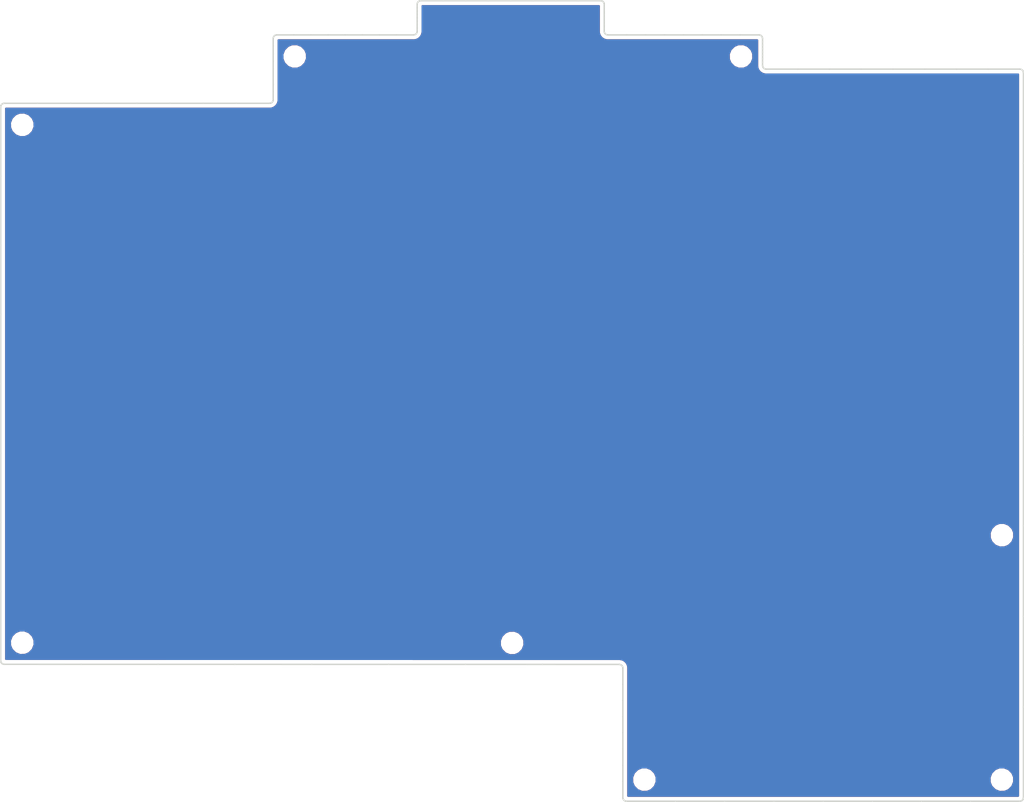
<source format=kicad_pcb>
(kicad_pcb (version 20171130) (host pcbnew "(5.0.2)-1")

  (general
    (thickness 1.6)
    (drawings 714)
    (tracks 0)
    (zones 0)
    (modules 8)
    (nets 1)
  )

  (page A4)
  (layers
    (0 F.Cu signal)
    (31 B.Cu signal)
    (32 B.Adhes user)
    (33 F.Adhes user)
    (34 B.Paste user)
    (35 F.Paste user)
    (36 B.SilkS user)
    (37 F.SilkS user)
    (38 B.Mask user)
    (39 F.Mask user)
    (40 Dwgs.User user hide)
    (41 Cmts.User user)
    (42 Eco1.User user)
    (43 Eco2.User user)
    (44 Edge.Cuts user)
    (45 Margin user)
    (46 B.CrtYd user)
    (47 F.CrtYd user)
    (48 B.Fab user)
    (49 F.Fab user)
  )

  (setup
    (last_trace_width 0.25)
    (trace_clearance 0.2)
    (zone_clearance 0.508)
    (zone_45_only no)
    (trace_min 0.2)
    (segment_width 0.2)
    (edge_width 0.1)
    (via_size 0.8)
    (via_drill 0.4)
    (via_min_size 0.4)
    (via_min_drill 0.3)
    (uvia_size 0.3)
    (uvia_drill 0.1)
    (uvias_allowed no)
    (uvia_min_size 0.2)
    (uvia_min_drill 0.1)
    (pcb_text_width 0.3)
    (pcb_text_size 1.5 1.5)
    (mod_edge_width 0.15)
    (mod_text_size 1 1)
    (mod_text_width 0.15)
    (pad_size 1.5 1.5)
    (pad_drill 0.6)
    (pad_to_mask_clearance 0)
    (solder_mask_min_width 0.25)
    (aux_axis_origin 0 0)
    (visible_elements 7FFFFFFF)
    (pcbplotparams
      (layerselection 0x010fc_ffffffff)
      (usegerberextensions false)
      (usegerberattributes false)
      (usegerberadvancedattributes false)
      (creategerberjobfile false)
      (excludeedgelayer true)
      (linewidth 0.050000)
      (plotframeref false)
      (viasonmask false)
      (mode 1)
      (useauxorigin false)
      (hpglpennumber 1)
      (hpglpenspeed 20)
      (hpglpendiameter 15.000000)
      (psnegative false)
      (psa4output false)
      (plotreference true)
      (plotvalue true)
      (plotinvisibletext false)
      (padsonsilk false)
      (subtractmaskfromsilk false)
      (outputformat 1)
      (mirror false)
      (drillshape 0)
      (scaleselection 1)
      (outputdirectory "Arabica37_bottom_gerber/"))
  )

  (net 0 "")

  (net_class Default "これはデフォルトのネット クラスです。"
    (clearance 0.2)
    (trace_width 0.25)
    (via_dia 0.8)
    (via_drill 0.4)
    (uvia_dia 0.3)
    (uvia_drill 0.1)
  )

  (module keebparts:HOLE_M2 (layer F.Cu) (tedit 5D9977E7) (tstamp 5D9AD825)
    (at 123.7 19.9)
    (fp_text reference Ref** (at 0 0.5) (layer F.SilkS) hide
      (effects (font (size 1 1) (thickness 0.15)))
    )
    (fp_text value Val** (at 0 -0.5) (layer F.Fab) hide
      (effects (font (size 1 1) (thickness 0.15)))
    )
    (pad "" np_thru_hole circle (at 0 0) (size 2.1 2.1) (drill 2.1) (layers *.Cu *.Mask))
  )

  (module keebparts:HOLE_M2 (layer F.Cu) (tedit 5D9977E7) (tstamp 5D9AD81D)
    (at 61.54 19.9)
    (fp_text reference Ref** (at 0 0.5) (layer F.SilkS) hide
      (effects (font (size 1 1) (thickness 0.15)))
    )
    (fp_text value Val** (at 0 -0.5) (layer F.Fab) hide
      (effects (font (size 1 1) (thickness 0.15)))
    )
    (pad "" np_thru_hole circle (at 0 0) (size 2.1 2.1) (drill 2.1) (layers *.Cu *.Mask))
  )

  (module keebparts:HOLE_M2 (layer F.Cu) (tedit 5D9977E7) (tstamp 5D9AD815)
    (at 23.59 29.43)
    (fp_text reference Ref** (at 0 0.5) (layer F.SilkS) hide
      (effects (font (size 1 1) (thickness 0.15)))
    )
    (fp_text value Val** (at 0 -0.5) (layer F.Fab) hide
      (effects (font (size 1 1) (thickness 0.15)))
    )
    (pad "" np_thru_hole circle (at 0 0) (size 2.1 2.1) (drill 2.1) (layers *.Cu *.Mask))
  )

  (module keebparts:HOLE_M2 (layer F.Cu) (tedit 5D9977E7) (tstamp 5D9AD80D)
    (at 23.59 101.56)
    (fp_text reference Ref** (at 0 0.5) (layer F.SilkS) hide
      (effects (font (size 1 1) (thickness 0.15)))
    )
    (fp_text value Val** (at 0 -0.5) (layer F.Fab) hide
      (effects (font (size 1 1) (thickness 0.15)))
    )
    (pad "" np_thru_hole circle (at 0 0) (size 2.1 2.1) (drill 2.1) (layers *.Cu *.Mask))
  )

  (module keebparts:HOLE_M2 (layer F.Cu) (tedit 5D9977E7) (tstamp 5D9AD805)
    (at 91.82 101.59)
    (fp_text reference Ref** (at 0 0.5) (layer F.SilkS) hide
      (effects (font (size 1 1) (thickness 0.15)))
    )
    (fp_text value Val** (at 0 -0.5) (layer F.Fab) hide
      (effects (font (size 1 1) (thickness 0.15)))
    )
    (pad "" np_thru_hole circle (at 0 0) (size 2.1 2.1) (drill 2.1) (layers *.Cu *.Mask))
  )

  (module keebparts:HOLE_M2 (layer F.Cu) (tedit 5D9977E7) (tstamp 5D9AD7FD)
    (at 110.24 120.63)
    (fp_text reference Ref** (at 0 0.5) (layer F.SilkS) hide
      (effects (font (size 1 1) (thickness 0.15)))
    )
    (fp_text value Val** (at 0 -0.5) (layer F.Fab) hide
      (effects (font (size 1 1) (thickness 0.15)))
    )
    (pad "" np_thru_hole circle (at 0 0) (size 2.1 2.1) (drill 2.1) (layers *.Cu *.Mask))
  )

  (module keebparts:HOLE_M2 (layer F.Cu) (tedit 5D9977E7) (tstamp 5D9AD7F5)
    (at 160.03 120.63)
    (fp_text reference Ref** (at 0 0.5) (layer F.SilkS) hide
      (effects (font (size 1 1) (thickness 0.15)))
    )
    (fp_text value Val** (at 0 -0.5) (layer F.Fab) hide
      (effects (font (size 1 1) (thickness 0.15)))
    )
    (pad "" np_thru_hole circle (at 0 0) (size 2.1 2.1) (drill 2.1) (layers *.Cu *.Mask))
  )

  (module keebparts:HOLE_M2 (layer F.Cu) (tedit 5D9977E7) (tstamp 5D9AD228)
    (at 160.04 86.58)
    (fp_text reference Ref** (at 0 0.5) (layer F.SilkS) hide
      (effects (font (size 1 1) (thickness 0.15)))
    )
    (fp_text value Val** (at 0 -0.5) (layer F.Fab) hide
      (effects (font (size 1 1) (thickness 0.15)))
    )
    (pad "" np_thru_hole circle (at 0 0) (size 2.1 2.1) (drill 2.1) (layers *.Cu *.Mask))
  )

  (gr_line (start 62.54014 19.903565) (end 62.519823 20.1051) (layer Dwgs.User) (width 0.2))
  (gr_line (start 60.710924 19.344455) (end 60.833033 19.196458) (layer Dwgs.User) (width 0.2))
  (gr_line (start 61.54014 20.903565) (end 61.338605 20.883248) (layer Dwgs.User) (width 0.2))
  (gr_line (start 62.099249 19.074349) (end 62.247246 19.196458) (layer Dwgs.User) (width 0.2))
  (gr_line (start 62.247246 20.610672) (end 62.099249 20.73278) (layer Dwgs.User) (width 0.2))
  (gr_line (start 60.54014 19.903565) (end 60.560456 19.70203) (layer Dwgs.User) (width 0.2))
  (gr_line (start 60.833033 20.610672) (end 60.710924 20.462674) (layer Dwgs.User) (width 0.2))
  (gr_line (start 61.150895 20.82498) (end 60.98103 20.73278) (layer Dwgs.User) (width 0.2))
  (gr_line (start 23.03089 100.737578) (end 22.882893 100.859687) (layer Dwgs.User) (width 0.2))
  (gr_line (start 61.929385 20.82498) (end 61.741675 20.883248) (layer Dwgs.User) (width 0.2))
  (gr_line (start 62.099249 20.73278) (end 61.929385 20.82498) (layer Dwgs.User) (width 0.2))
  (gr_line (start 22.760784 101.007684) (end 22.668585 101.177548) (layer Dwgs.User) (width 0.2))
  (gr_line (start 61.338605 18.923881) (end 61.54014 18.903565) (layer Dwgs.User) (width 0.2))
  (gr_line (start 61.54014 18.903565) (end 61.741675 18.923881) (layer Dwgs.User) (width 0.2))
  (gr_line (start 23.200755 100.645378) (end 23.03089 100.737578) (layer Dwgs.User) (width 0.2))
  (gr_line (start 60.618725 19.51432) (end 60.710924 19.344455) (layer Dwgs.User) (width 0.2))
  (gr_line (start 23.791535 100.58711) (end 23.59 100.566793) (layer Dwgs.User) (width 0.2))
  (gr_line (start 61.741675 20.883248) (end 61.54014 20.903565) (layer Dwgs.User) (width 0.2))
  (gr_line (start 62.369355 20.462674) (end 62.247246 20.610672) (layer Dwgs.User) (width 0.2))
  (gr_line (start 62.461555 20.29281) (end 62.369355 20.462674) (layer Dwgs.User) (width 0.2))
  (gr_line (start 60.98103 19.074349) (end 61.150895 18.98215) (layer Dwgs.User) (width 0.2))
  (gr_line (start 60.560456 20.1051) (end 60.54014 19.903565) (layer Dwgs.User) (width 0.2))
  (gr_line (start 62.247246 19.196458) (end 62.369355 19.344455) (layer Dwgs.User) (width 0.2))
  (gr_line (start 61.929385 18.98215) (end 62.099249 19.074349) (layer Dwgs.User) (width 0.2))
  (gr_line (start 60.618725 20.29281) (end 60.560456 20.1051) (layer Dwgs.User) (width 0.2))
  (gr_line (start 62.519823 20.1051) (end 62.461555 20.29281) (layer Dwgs.User) (width 0.2))
  (gr_line (start 23.388465 100.58711) (end 23.200755 100.645378) (layer Dwgs.User) (width 0.2))
  (gr_line (start 62.54014 19.903565) (end 62.54014 19.903565) (layer Dwgs.User) (width 0.2))
  (gr_line (start 22.882893 100.859687) (end 22.760784 101.007684) (layer Dwgs.User) (width 0.2))
  (gr_line (start 62.369355 19.344455) (end 62.461555 19.51432) (layer Dwgs.User) (width 0.2))
  (gr_line (start 60.833033 19.196458) (end 60.98103 19.074349) (layer Dwgs.User) (width 0.2))
  (gr_line (start 61.150895 18.98215) (end 61.338605 18.923881) (layer Dwgs.User) (width 0.2))
  (gr_line (start 60.560456 19.70203) (end 60.618725 19.51432) (layer Dwgs.User) (width 0.2))
  (gr_line (start 60.98103 20.73278) (end 60.833033 20.610672) (layer Dwgs.User) (width 0.2))
  (gr_line (start 22.668585 101.177548) (end 22.610316 101.365259) (layer Dwgs.User) (width 0.2))
  (gr_line (start 61.338605 20.883248) (end 61.150895 20.82498) (layer Dwgs.User) (width 0.2))
  (gr_line (start 61.741675 18.923881) (end 61.929385 18.98215) (layer Dwgs.User) (width 0.2))
  (gr_line (start 62.461555 19.51432) (end 62.519823 19.70203) (layer Dwgs.User) (width 0.2))
  (gr_line (start 22.610316 101.365259) (end 22.59 101.566793) (layer Dwgs.User) (width 0.2))
  (gr_line (start 23.59 100.566793) (end 23.388465 100.58711) (layer Dwgs.User) (width 0.2))
  (gr_line (start 60.710924 20.462674) (end 60.618725 20.29281) (layer Dwgs.User) (width 0.2))
  (gr_line (start 62.519823 19.70203) (end 62.54014 19.903565) (layer Dwgs.User) (width 0.2))
  (gr_line (start 22.59 101.566793) (end 22.59 101.566793) (layer Dwgs.User) (width 0.2))
  (gr_line (start 124.618407 19.51432) (end 124.676676 19.70203) (layer Dwgs.User) (width 0.2))
  (gr_line (start 23.979245 100.645378) (end 23.791535 100.58711) (layer Dwgs.User) (width 0.2))
  (gr_line (start 24.511415 101.177548) (end 24.419215 101.007684) (layer Dwgs.User) (width 0.2))
  (gr_line (start 23.388465 28.448881) (end 23.200755 28.50715) (layer Dwgs.User) (width 0.2))
  (gr_line (start 23.791535 30.408248) (end 23.979245 30.34998) (layer Dwgs.User) (width 0.2))
  (gr_line (start 24.149109 100.737578) (end 23.979245 100.645378) (layer Dwgs.User) (width 0.2))
  (gr_line (start 24.569683 29.6301) (end 24.59 29.428565) (layer Dwgs.User) (width 0.2))
  (gr_line (start 24.297106 100.859687) (end 24.149109 100.737578) (layer Dwgs.User) (width 0.2))
  (gr_line (start 24.297106 102.2739) (end 24.419215 102.125903) (layer Dwgs.User) (width 0.2))
  (gr_line (start 24.419215 101.007684) (end 24.297106 100.859687) (layer Dwgs.User) (width 0.2))
  (gr_line (start 24.59 101.566793) (end 24.569683 101.365259) (layer Dwgs.User) (width 0.2))
  (gr_line (start 22.882893 28.721458) (end 22.760784 28.869455) (layer Dwgs.User) (width 0.2))
  (gr_line (start 124.404099 19.196458) (end 124.526208 19.344455) (layer Dwgs.User) (width 0.2))
  (gr_line (start 24.59 29.428565) (end 24.569683 29.22703) (layer Dwgs.User) (width 0.2))
  (gr_line (start 24.569683 101.365259) (end 24.511415 101.177548) (layer Dwgs.User) (width 0.2))
  (gr_line (start 24.569683 101.768328) (end 24.59 101.566793) (layer Dwgs.User) (width 0.2))
  (gr_line (start 24.569683 29.22703) (end 24.511415 29.03932) (layer Dwgs.User) (width 0.2))
  (gr_line (start 22.760784 28.869455) (end 22.668585 29.03932) (layer Dwgs.User) (width 0.2))
  (gr_line (start 22.59 29.428565) (end 22.610316 29.6301) (layer Dwgs.User) (width 0.2))
  (gr_line (start 24.511415 29.03932) (end 24.419215 28.869455) (layer Dwgs.User) (width 0.2))
  (gr_line (start 23.59 102.566793) (end 23.791535 102.546477) (layer Dwgs.User) (width 0.2))
  (gr_line (start 24.511415 101.956039) (end 24.569683 101.768328) (layer Dwgs.User) (width 0.2))
  (gr_line (start 24.419215 102.125903) (end 24.511415 101.956039) (layer Dwgs.User) (width 0.2))
  (gr_line (start 23.388465 102.546477) (end 23.59 102.566793) (layer Dwgs.User) (width 0.2))
  (gr_line (start 23.03089 102.396009) (end 23.200755 102.488208) (layer Dwgs.User) (width 0.2))
  (gr_line (start 23.200755 102.488208) (end 23.388465 102.546477) (layer Dwgs.User) (width 0.2))
  (gr_line (start 22.882893 102.2739) (end 23.03089 102.396009) (layer Dwgs.User) (width 0.2))
  (gr_line (start 22.668585 29.03932) (end 22.610316 29.22703) (layer Dwgs.User) (width 0.2))
  (gr_line (start 23.200755 28.50715) (end 23.03089 28.599349) (layer Dwgs.User) (width 0.2))
  (gr_line (start 23.200755 30.34998) (end 23.388465 30.408248) (layer Dwgs.User) (width 0.2))
  (gr_line (start 22.760784 102.125903) (end 22.882893 102.2739) (layer Dwgs.User) (width 0.2))
  (gr_line (start 24.297106 30.135672) (end 24.419215 29.987674) (layer Dwgs.User) (width 0.2))
  (gr_line (start 22.610316 101.768328) (end 22.668585 101.956039) (layer Dwgs.User) (width 0.2))
  (gr_line (start 22.668585 101.956039) (end 22.760784 102.125903) (layer Dwgs.User) (width 0.2))
  (gr_line (start 22.59 101.566793) (end 22.610316 101.768328) (layer Dwgs.User) (width 0.2))
  (gr_line (start 24.419215 29.987674) (end 24.511415 29.81781) (layer Dwgs.User) (width 0.2))
  (gr_line (start 24.149109 30.25778) (end 24.297106 30.135672) (layer Dwgs.User) (width 0.2))
  (gr_line (start 22.59 29.428565) (end 22.59 29.428565) (layer Dwgs.User) (width 0.2))
  (gr_line (start 24.511415 29.81781) (end 24.569683 29.6301) (layer Dwgs.User) (width 0.2))
  (gr_line (start 124.676676 19.70203) (end 124.696992 19.903565) (layer Dwgs.User) (width 0.2))
  (gr_line (start 123.898527 18.923881) (end 124.086237 18.98215) (layer Dwgs.User) (width 0.2))
  (gr_line (start 24.149109 28.599349) (end 23.979245 28.50715) (layer Dwgs.User) (width 0.2))
  (gr_line (start 24.419215 28.869455) (end 24.297106 28.721458) (layer Dwgs.User) (width 0.2))
  (gr_line (start 23.03089 30.25778) (end 23.200755 30.34998) (layer Dwgs.User) (width 0.2))
  (gr_line (start 22.610316 29.22703) (end 22.59 29.428565) (layer Dwgs.User) (width 0.2))
  (gr_line (start 23.03089 28.599349) (end 22.882893 28.721458) (layer Dwgs.User) (width 0.2))
  (gr_line (start 22.760784 29.987674) (end 22.882893 30.135672) (layer Dwgs.User) (width 0.2))
  (gr_line (start 23.59 28.428565) (end 23.388465 28.448881) (layer Dwgs.User) (width 0.2))
  (gr_line (start 23.979245 28.50715) (end 23.791535 28.448881) (layer Dwgs.User) (width 0.2))
  (gr_line (start 23.388465 30.408248) (end 23.59 30.428565) (layer Dwgs.User) (width 0.2))
  (gr_line (start 124.696992 19.903565) (end 124.696992 19.903565) (layer Dwgs.User) (width 0.2))
  (gr_line (start 124.256102 19.074349) (end 124.404099 19.196458) (layer Dwgs.User) (width 0.2))
  (gr_line (start 24.297106 28.721458) (end 24.149109 28.599349) (layer Dwgs.User) (width 0.2))
  (gr_line (start 22.882893 30.135672) (end 23.03089 30.25778) (layer Dwgs.User) (width 0.2))
  (gr_line (start 22.668585 29.81781) (end 22.760784 29.987674) (layer Dwgs.User) (width 0.2))
  (gr_line (start 23.979245 30.34998) (end 24.149109 30.25778) (layer Dwgs.User) (width 0.2))
  (gr_line (start 24.149109 102.396009) (end 24.297106 102.2739) (layer Dwgs.User) (width 0.2))
  (gr_line (start 23.979245 102.488208) (end 24.149109 102.396009) (layer Dwgs.User) (width 0.2))
  (gr_line (start 23.791535 102.546477) (end 23.979245 102.488208) (layer Dwgs.User) (width 0.2))
  (gr_line (start 23.791535 28.448881) (end 23.59 28.428565) (layer Dwgs.User) (width 0.2))
  (gr_line (start 124.526208 19.344455) (end 124.618407 19.51432) (layer Dwgs.User) (width 0.2))
  (gr_line (start 22.610316 29.6301) (end 22.668585 29.81781) (layer Dwgs.User) (width 0.2))
  (gr_line (start 124.086237 18.98215) (end 124.256102 19.074349) (layer Dwgs.User) (width 0.2))
  (gr_line (start 23.59 30.428565) (end 23.791535 30.408248) (layer Dwgs.User) (width 0.2))
  (gr_line (start 122.717309 19.70203) (end 122.775577 19.51432) (layer Dwgs.User) (width 0.2))
  (gr_line (start 122.989885 20.610672) (end 122.867776 20.462674) (layer Dwgs.User) (width 0.2))
  (gr_line (start 92.733406 101.971846) (end 92.641207 102.14171) (layer Dwgs.User) (width 0.2))
  (gr_line (start 124.526208 20.462674) (end 124.404099 20.610672) (layer Dwgs.User) (width 0.2))
  (gr_line (start 91.610456 102.562284) (end 91.422746 102.504016) (layer Dwgs.User) (width 0.2))
  (gr_line (start 123.137883 20.73278) (end 122.989885 20.610672) (layer Dwgs.User) (width 0.2))
  (gr_line (start 124.086237 20.82498) (end 123.898527 20.883248) (layer Dwgs.User) (width 0.2))
  (gr_line (start 123.495457 20.883248) (end 123.307747 20.82498) (layer Dwgs.User) (width 0.2))
  (gr_line (start 90.890576 101.971846) (end 90.832307 101.784135) (layer Dwgs.User) (width 0.2))
  (gr_line (start 92.519098 100.875494) (end 92.641207 101.023491) (layer Dwgs.User) (width 0.2))
  (gr_line (start 124.256102 20.73278) (end 124.086237 20.82498) (layer Dwgs.User) (width 0.2))
  (gr_line (start 90.832307 101.381066) (end 90.890576 101.193355) (layer Dwgs.User) (width 0.2))
  (gr_line (start 90.982775 101.023491) (end 91.104884 100.875494) (layer Dwgs.User) (width 0.2))
  (gr_line (start 123.696992 20.903565) (end 123.495457 20.883248) (layer Dwgs.User) (width 0.2))
  (gr_line (start 92.811991 101.582601) (end 92.811991 101.582601) (layer Dwgs.User) (width 0.2))
  (gr_line (start 92.791675 101.381066) (end 92.811991 101.582601) (layer Dwgs.User) (width 0.2))
  (gr_line (start 92.733406 101.193355) (end 92.791675 101.381066) (layer Dwgs.User) (width 0.2))
  (gr_line (start 90.890576 101.193355) (end 90.982775 101.023491) (layer Dwgs.User) (width 0.2))
  (gr_line (start 92.519098 102.289707) (end 92.371101 102.411816) (layer Dwgs.User) (width 0.2))
  (gr_line (start 91.104884 102.289707) (end 90.982775 102.14171) (layer Dwgs.User) (width 0.2))
  (gr_line (start 91.422746 100.661186) (end 91.610456 100.602917) (layer Dwgs.User) (width 0.2))
  (gr_line (start 90.832307 101.784135) (end 90.811991 101.582601) (layer Dwgs.User) (width 0.2))
  (gr_line (start 111.161409 120.239314) (end 111.219677 120.427024) (layer Dwgs.User) (width 0.2))
  (gr_line (start 91.811991 102.582601) (end 91.610456 102.562284) (layer Dwgs.User) (width 0.2))
  (gr_line (start 92.641207 101.023491) (end 92.733406 101.193355) (layer Dwgs.User) (width 0.2))
  (gr_line (start 92.371101 102.411816) (end 92.201236 102.504016) (layer Dwgs.User) (width 0.2))
  (gr_line (start 110.9471 119.921452) (end 111.069209 120.06945) (layer Dwgs.User) (width 0.2))
  (gr_line (start 91.610456 100.602917) (end 91.811991 100.582601) (layer Dwgs.User) (width 0.2))
  (gr_line (start 92.811991 101.582601) (end 92.791675 101.784135) (layer Dwgs.User) (width 0.2))
  (gr_line (start 124.404099 20.610672) (end 124.256102 20.73278) (layer Dwgs.User) (width 0.2))
  (gr_line (start 111.219677 120.427024) (end 111.239993 120.628559) (layer Dwgs.User) (width 0.2))
  (gr_line (start 91.811991 100.582601) (end 92.013526 100.602917) (layer Dwgs.User) (width 0.2))
  (gr_line (start 122.989885 19.196458) (end 123.137883 19.074349) (layer Dwgs.User) (width 0.2))
  (gr_line (start 124.696992 19.903565) (end 124.676676 20.1051) (layer Dwgs.User) (width 0.2))
  (gr_line (start 92.371101 100.753385) (end 92.519098 100.875494) (layer Dwgs.User) (width 0.2))
  (gr_line (start 92.201236 100.661186) (end 92.371101 100.753385) (layer Dwgs.User) (width 0.2))
  (gr_line (start 91.252881 100.753385) (end 91.422746 100.661186) (layer Dwgs.User) (width 0.2))
  (gr_line (start 90.811991 101.582601) (end 90.832307 101.381066) (layer Dwgs.User) (width 0.2))
  (gr_line (start 111.069209 120.06945) (end 111.161409 120.239314) (layer Dwgs.User) (width 0.2))
  (gr_line (start 110.799103 119.799344) (end 110.9471 119.921452) (layer Dwgs.User) (width 0.2))
  (gr_line (start 111.239993 120.628559) (end 111.239993 120.628559) (layer Dwgs.User) (width 0.2))
  (gr_line (start 92.013526 100.602917) (end 92.201236 100.661186) (layer Dwgs.User) (width 0.2))
  (gr_line (start 92.201236 102.504016) (end 92.013526 102.562284) (layer Dwgs.User) (width 0.2))
  (gr_line (start 123.696992 18.903565) (end 123.898527 18.923881) (layer Dwgs.User) (width 0.2))
  (gr_line (start 123.495457 18.923881) (end 123.696992 18.903565) (layer Dwgs.User) (width 0.2))
  (gr_line (start 123.307747 18.98215) (end 123.495457 18.923881) (layer Dwgs.User) (width 0.2))
  (gr_line (start 91.422746 102.504016) (end 91.252881 102.411816) (layer Dwgs.User) (width 0.2))
  (gr_line (start 122.867776 20.462674) (end 122.775577 20.29281) (layer Dwgs.User) (width 0.2))
  (gr_line (start 123.137883 19.074349) (end 123.307747 18.98215) (layer Dwgs.User) (width 0.2))
  (gr_line (start 122.867776 19.344455) (end 122.989885 19.196458) (layer Dwgs.User) (width 0.2))
  (gr_line (start 122.775577 20.29281) (end 122.717309 20.1051) (layer Dwgs.User) (width 0.2))
  (gr_line (start 91.104884 100.875494) (end 91.252881 100.753385) (layer Dwgs.User) (width 0.2))
  (gr_line (start 122.775577 19.51432) (end 122.867776 19.344455) (layer Dwgs.User) (width 0.2))
  (gr_line (start 122.696992 19.903565) (end 122.717309 19.70203) (layer Dwgs.User) (width 0.2))
  (gr_line (start 123.307747 20.82498) (end 123.137883 20.73278) (layer Dwgs.User) (width 0.2))
  (gr_line (start 91.252881 102.411816) (end 91.104884 102.289707) (layer Dwgs.User) (width 0.2))
  (gr_line (start 122.717309 20.1051) (end 122.696992 19.903565) (layer Dwgs.User) (width 0.2))
  (gr_line (start 90.982775 102.14171) (end 90.890576 101.971846) (layer Dwgs.User) (width 0.2))
  (gr_line (start 124.618407 20.29281) (end 124.526208 20.462674) (layer Dwgs.User) (width 0.2))
  (gr_line (start 92.013526 102.562284) (end 91.811991 102.582601) (layer Dwgs.User) (width 0.2))
  (gr_line (start 92.641207 102.14171) (end 92.519098 102.289707) (layer Dwgs.User) (width 0.2))
  (gr_line (start 92.791675 101.784135) (end 92.733406 101.971846) (layer Dwgs.User) (width 0.2))
  (gr_line (start 123.898527 20.883248) (end 123.696992 20.903565) (layer Dwgs.User) (width 0.2))
  (gr_line (start 124.676676 20.1051) (end 124.618407 20.29281) (layer Dwgs.User) (width 0.2))
  (gr_line (start 161.033982 86.578559) (end 161.033982 86.578559) (layer Dwgs.User) (width 0.2))
  (gr_line (start 110.239993 119.628559) (end 110.441528 119.648876) (layer Dwgs.User) (width 0.2))
  (gr_line (start 159.054299 120.830094) (end 159.033982 120.628559) (layer Dwgs.User) (width 0.2))
  (gr_line (start 109.850748 119.707144) (end 110.038459 119.648876) (layer Dwgs.User) (width 0.2))
  (gr_line (start 160.593092 121.457775) (end 160.423227 121.549974) (layer Dwgs.User) (width 0.2))
  (gr_line (start 160.863198 86.01945) (end 160.955397 86.189314) (layer Dwgs.User) (width 0.2))
  (gr_line (start 109.680884 119.799344) (end 109.850748 119.707144) (layer Dwgs.User) (width 0.2))
  (gr_line (start 111.239993 120.628559) (end 111.219677 120.830094) (layer Dwgs.User) (width 0.2))
  (gr_line (start 160.033982 121.628559) (end 159.832447 121.608243) (layer Dwgs.User) (width 0.2))
  (gr_line (start 110.441528 121.608243) (end 110.239993 121.628559) (layer Dwgs.User) (width 0.2))
  (gr_line (start 159.474873 121.457775) (end 159.326876 121.335666) (layer Dwgs.User) (width 0.2))
  (gr_line (start 160.955397 86.189314) (end 161.013666 86.377024) (layer Dwgs.User) (width 0.2))
  (gr_line (start 159.644737 119.707144) (end 159.832447 119.648876) (layer Dwgs.User) (width 0.2))
  (gr_line (start 159.326876 119.921452) (end 159.474873 119.799344) (layer Dwgs.User) (width 0.2))
  (gr_line (start 110.038459 119.648876) (end 110.239993 119.628559) (layer Dwgs.User) (width 0.2))
  (gr_line (start 110.799103 121.457775) (end 110.629239 121.549974) (layer Dwgs.User) (width 0.2))
  (gr_line (start 109.532887 119.921452) (end 109.680884 119.799344) (layer Dwgs.User) (width 0.2))
  (gr_line (start 160.235517 121.608243) (end 160.033982 121.628559) (layer Dwgs.User) (width 0.2))
  (gr_line (start 109.318578 120.239314) (end 109.410778 120.06945) (layer Dwgs.User) (width 0.2))
  (gr_line (start 109.26031 120.427024) (end 109.318578 120.239314) (layer Dwgs.User) (width 0.2))
  (gr_line (start 159.644737 121.549974) (end 159.474873 121.457775) (layer Dwgs.User) (width 0.2))
  (gr_line (start 111.069209 121.187669) (end 110.9471 121.335666) (layer Dwgs.User) (width 0.2))
  (gr_line (start 159.326876 121.335666) (end 159.204767 121.187669) (layer Dwgs.User) (width 0.2))
  (gr_line (start 109.239993 120.628559) (end 109.26031 120.427024) (layer Dwgs.User) (width 0.2))
  (gr_line (start 109.410778 121.187669) (end 109.318578 121.017804) (layer Dwgs.User) (width 0.2))
  (gr_line (start 161.013666 120.427024) (end 161.033982 120.628559) (layer Dwgs.User) (width 0.2))
  (gr_line (start 110.629239 121.549974) (end 110.441528 121.608243) (layer Dwgs.User) (width 0.2))
  (gr_line (start 160.955397 120.239314) (end 161.013666 120.427024) (layer Dwgs.User) (width 0.2))
  (gr_line (start 160.423227 121.549974) (end 160.235517 121.608243) (layer Dwgs.User) (width 0.2))
  (gr_line (start 161.013666 86.377024) (end 161.033982 86.578559) (layer Dwgs.User) (width 0.2))
  (gr_line (start 159.054299 120.427024) (end 159.112567 120.239314) (layer Dwgs.User) (width 0.2))
  (gr_line (start 159.204767 120.06945) (end 159.326876 119.921452) (layer Dwgs.User) (width 0.2))
  (gr_line (start 109.680884 121.457775) (end 109.532887 121.335666) (layer Dwgs.User) (width 0.2))
  (gr_line (start 110.038459 121.608243) (end 109.850748 121.549974) (layer Dwgs.User) (width 0.2))
  (gr_line (start 159.832447 121.608243) (end 159.644737 121.549974) (layer Dwgs.User) (width 0.2))
  (gr_line (start 110.239993 121.628559) (end 110.038459 121.608243) (layer Dwgs.User) (width 0.2))
  (gr_line (start 160.741089 119.921452) (end 160.863198 120.06945) (layer Dwgs.User) (width 0.2))
  (gr_line (start 160.033982 119.628559) (end 160.235517 119.648876) (layer Dwgs.User) (width 0.2))
  (gr_line (start 159.112567 121.017804) (end 159.054299 120.830094) (layer Dwgs.User) (width 0.2))
  (gr_line (start 161.013666 120.830094) (end 160.955397 121.017804) (layer Dwgs.User) (width 0.2))
  (gr_line (start 161.033982 120.628559) (end 161.013666 120.830094) (layer Dwgs.User) (width 0.2))
  (gr_line (start 109.318578 121.017804) (end 109.26031 120.830094) (layer Dwgs.User) (width 0.2))
  (gr_line (start 111.161409 121.017804) (end 111.069209 121.187669) (layer Dwgs.User) (width 0.2))
  (gr_line (start 109.850748 121.549974) (end 109.680884 121.457775) (layer Dwgs.User) (width 0.2))
  (gr_line (start 160.863198 120.06945) (end 160.955397 120.239314) (layer Dwgs.User) (width 0.2))
  (gr_line (start 160.741089 121.335666) (end 160.593092 121.457775) (layer Dwgs.User) (width 0.2))
  (gr_line (start 110.9471 121.335666) (end 110.799103 121.457775) (layer Dwgs.User) (width 0.2))
  (gr_line (start 111.219677 120.830094) (end 111.161409 121.017804) (layer Dwgs.User) (width 0.2))
  (gr_line (start 161.033982 120.628559) (end 161.033982 120.628559) (layer Dwgs.User) (width 0.2))
  (gr_line (start 160.593092 119.799344) (end 160.741089 119.921452) (layer Dwgs.User) (width 0.2))
  (gr_line (start 110.629239 119.707144) (end 110.799103 119.799344) (layer Dwgs.User) (width 0.2))
  (gr_line (start 109.26031 120.830094) (end 109.239993 120.628559) (layer Dwgs.User) (width 0.2))
  (gr_line (start 109.410778 120.06945) (end 109.532887 119.921452) (layer Dwgs.User) (width 0.2))
  (gr_line (start 160.423227 119.707144) (end 160.593092 119.799344) (layer Dwgs.User) (width 0.2))
  (gr_line (start 160.863198 121.187669) (end 160.741089 121.335666) (layer Dwgs.User) (width 0.2))
  (gr_line (start 160.235517 119.648876) (end 160.423227 119.707144) (layer Dwgs.User) (width 0.2))
  (gr_line (start 159.112567 120.239314) (end 159.204767 120.06945) (layer Dwgs.User) (width 0.2))
  (gr_line (start 159.832447 119.648876) (end 160.033982 119.628559) (layer Dwgs.User) (width 0.2))
  (gr_line (start 159.033982 120.628559) (end 159.054299 120.427024) (layer Dwgs.User) (width 0.2))
  (gr_line (start 159.204767 121.187669) (end 159.112567 121.017804) (layer Dwgs.User) (width 0.2))
  (gr_line (start 159.474873 119.799344) (end 159.644737 119.707144) (layer Dwgs.User) (width 0.2))
  (gr_line (start 109.532887 121.335666) (end 109.410778 121.187669) (layer Dwgs.User) (width 0.2))
  (gr_line (start 110.441528 119.648876) (end 110.629239 119.707144) (layer Dwgs.User) (width 0.2))
  (gr_line (start 160.955397 121.017804) (end 160.863198 121.187669) (layer Dwgs.User) (width 0.2))
  (gr_line (start 107.239993 118.616042) (end 107.239993 116.359783) (layer Dwgs.User) (width 0.2))
  (gr_line (start 20.59 104.066861) (end 20.59 104.066861) (layer Dwgs.User) (width 0.2))
  (gr_line (start 106.840818 104.58866) (end 106.740061 104.57849) (layer Dwgs.User) (width 0.2))
  (gr_line (start 160.741089 85.871453) (end 160.863198 86.01945) (layer Dwgs.User) (width 0.2))
  (gr_line (start 160.593092 85.749344) (end 160.741089 85.871453) (layer Dwgs.User) (width 0.2))
  (gr_line (start 160.423227 85.657144) (end 160.593092 85.749344) (layer Dwgs.User) (width 0.2))
  (gr_line (start 20.629285 104.261467) (end 20.600156 104.16762) (layer Dwgs.User) (width 0.2))
  (gr_line (start 159.326876 87.285666) (end 159.204767 87.137669) (layer Dwgs.User) (width 0.2))
  (gr_line (start 107.279286 123.323182) (end 107.250152 123.229327) (layer Dwgs.User) (width 0.2))
  (gr_line (start 160.033982 87.578559) (end 159.832447 87.558243) (layer Dwgs.User) (width 0.2))
  (gr_line (start 107.239993 114.103525) (end 107.239993 111.847266) (layer Dwgs.User) (width 0.2))
  (gr_line (start 160.235517 87.558243) (end 160.033982 87.578559) (layer Dwgs.User) (width 0.2))
  (gr_line (start 20.675377 104.346395) (end 20.629285 104.261467) (layer Dwgs.User) (width 0.2))
  (gr_line (start 20.895331 104.527549) (end 20.81041 104.481446) (layer Dwgs.User) (width 0.2))
  (gr_line (start 160.235517 85.598876) (end 160.423227 85.657144) (layer Dwgs.User) (width 0.2))
  (gr_line (start 160.033982 85.578559) (end 160.235517 85.598876) (layer Dwgs.User) (width 0.2))
  (gr_line (start 159.112567 86.967804) (end 159.054299 86.780094) (layer Dwgs.User) (width 0.2))
  (gr_line (start 159.054299 86.780094) (end 159.033982 86.578559) (layer Dwgs.User) (width 0.2))
  (gr_line (start 159.832447 85.598876) (end 160.033982 85.578559) (layer Dwgs.User) (width 0.2))
  (gr_line (start 107.250152 123.229327) (end 107.239993 123.128559) (layer Dwgs.User) (width 0.2))
  (gr_line (start 107.229837 104.977732) (end 107.200708 104.883884) (layer Dwgs.User) (width 0.2))
  (gr_line (start 161.033982 86.578559) (end 161.013666 86.780094) (layer Dwgs.User) (width 0.2))
  (gr_line (start 107.154616 104.798957) (end 107.093571 104.724961) (layer Dwgs.User) (width 0.2))
  (gr_line (start 42.502464 104.569768) (end 31.796198 104.568315) (layer Dwgs.User) (width 0.2))
  (gr_line (start 159.644737 85.657144) (end 159.832447 85.598876) (layer Dwgs.User) (width 0.2))
  (gr_line (start 159.474873 85.749344) (end 159.644737 85.657144) (layer Dwgs.User) (width 0.2))
  (gr_line (start 63.914997 104.572676) (end 53.20873 104.571222) (layer Dwgs.User) (width 0.2))
  (gr_line (start 74.621263 104.574129) (end 63.914997 104.572676) (layer Dwgs.User) (width 0.2))
  (gr_line (start 107.239993 109.591007) (end 107.239993 107.334749) (layer Dwgs.User) (width 0.2))
  (gr_line (start 159.112567 86.189314) (end 159.204767 86.01945) (layer Dwgs.User) (width 0.2))
  (gr_line (start 107.239993 120.872301) (end 107.239993 118.616042) (layer Dwgs.User) (width 0.2))
  (gr_line (start 53.20873 104.571222) (end 42.502464 104.569768) (layer Dwgs.User) (width 0.2))
  (gr_line (start 159.326876 85.871453) (end 159.474873 85.749344) (layer Dwgs.User) (width 0.2))
  (gr_line (start 20.600156 104.16762) (end 20.59 104.066861) (layer Dwgs.User) (width 0.2))
  (gr_line (start 159.204767 86.01945) (end 159.326876 85.871453) (layer Dwgs.User) (width 0.2))
  (gr_line (start 159.054299 86.377024) (end 159.112567 86.189314) (layer Dwgs.User) (width 0.2))
  (gr_line (start 160.423227 87.499974) (end 160.235517 87.558243) (layer Dwgs.User) (width 0.2))
  (gr_line (start 160.741089 87.285666) (end 160.593092 87.407775) (layer Dwgs.User) (width 0.2))
  (gr_line (start 160.863198 87.137669) (end 160.741089 87.285666) (layer Dwgs.User) (width 0.2))
  (gr_line (start 161.013666 86.780094) (end 160.955397 86.967804) (layer Dwgs.User) (width 0.2))
  (gr_line (start 107.239993 116.359783) (end 107.239993 114.103525) (layer Dwgs.User) (width 0.2))
  (gr_line (start 21.089932 104.566861) (end 20.989175 104.556691) (layer Dwgs.User) (width 0.2))
  (gr_line (start 107.019583 104.663906) (end 106.934662 104.617802) (layer Dwgs.User) (width 0.2))
  (gr_line (start 96.033795 104.577036) (end 85.327529 104.575583) (layer Dwgs.User) (width 0.2))
  (gr_line (start 107.239993 107.334749) (end 107.239993 105.07849) (layer Dwgs.User) (width 0.2))
  (gr_line (start 20.736422 104.420391) (end 20.675377 104.346395) (layer Dwgs.User) (width 0.2))
  (gr_line (start 160.593092 87.407775) (end 160.423227 87.499974) (layer Dwgs.User) (width 0.2))
  (gr_line (start 85.327529 104.575583) (end 74.621263 104.574129) (layer Dwgs.User) (width 0.2))
  (gr_line (start 106.934662 104.617802) (end 106.840818 104.58866) (layer Dwgs.User) (width 0.2))
  (gr_line (start 107.239993 105.07849) (end 107.229837 104.977732) (layer Dwgs.User) (width 0.2))
  (gr_line (start 107.239993 111.847266) (end 107.239993 109.591007) (layer Dwgs.User) (width 0.2))
  (gr_line (start 20.81041 104.481446) (end 20.736422 104.420391) (layer Dwgs.User) (width 0.2))
  (gr_line (start 107.200708 104.883884) (end 107.154616 104.798957) (layer Dwgs.User) (width 0.2))
  (gr_line (start 20.989175 104.556691) (end 20.895331 104.527549) (layer Dwgs.User) (width 0.2))
  (gr_line (start 159.033982 86.578559) (end 159.054299 86.377024) (layer Dwgs.User) (width 0.2))
  (gr_line (start 107.239993 123.128559) (end 107.239993 120.872301) (layer Dwgs.User) (width 0.2))
  (gr_line (start 159.204767 87.137669) (end 159.112567 86.967804) (layer Dwgs.User) (width 0.2))
  (gr_line (start 159.474873 87.407775) (end 159.326876 87.285666) (layer Dwgs.User) (width 0.2))
  (gr_line (start 107.093571 104.724961) (end 107.019583 104.663906) (layer Dwgs.User) (width 0.2))
  (gr_line (start 31.796198 104.568315) (end 21.089932 104.566861) (layer Dwgs.User) (width 0.2))
  (gr_line (start 159.832447 87.558243) (end 159.644737 87.499974) (layer Dwgs.User) (width 0.2))
  (gr_line (start 159.644737 87.499974) (end 159.474873 87.407775) (layer Dwgs.User) (width 0.2))
  (gr_line (start 160.955397 86.967804) (end 160.863198 87.137669) (layer Dwgs.User) (width 0.2))
  (gr_line (start 106.740061 104.57849) (end 96.033795 104.577036) (layer Dwgs.User) (width 0.2))
  (gr_line (start 163.033982 47.406309) (end 163.033982 60.026684) (layer Dwgs.User) (width 0.2))
  (gr_line (start 149.282611 21.665559) (end 153.699735 21.665559) (layer Dwgs.User) (width 0.2))
  (gr_line (start 131.614116 21.665559) (end 136.03124 21.665559) (layer Dwgs.User) (width 0.2))
  (gr_line (start 107.325386 123.408114) (end 107.279286 123.323182) (layer Dwgs.User) (width 0.2))
  (gr_line (start 162.813537 123.543167) (end 162.728605 123.589267) (layer Dwgs.User) (width 0.2))
  (gr_line (start 107.639226 123.618401) (end 107.545371 123.589267) (layer Dwgs.User) (width 0.2))
  (gr_line (start 107.739993 123.628559) (end 107.639226 123.618401) (layer Dwgs.User) (width 0.2))
  (gr_line (start 128.287739 123.628559) (end 121.438491 123.628559) (layer Dwgs.User) (width 0.2))
  (gr_line (start 162.533982 123.628559) (end 155.684734 123.628559) (layer Dwgs.User) (width 0.2))
  (gr_line (start 162.99469 123.323182) (end 162.94859 123.408114) (layer Dwgs.User) (width 0.2))
  (gr_line (start 162.94859 21.886004) (end 162.99469 21.970936) (layer Dwgs.User) (width 0.2))
  (gr_line (start 162.887536 21.812005) (end 162.94859 21.886004) (layer Dwgs.User) (width 0.2))
  (gr_line (start 163.033982 60.026684) (end 163.033982 72.647059) (layer Dwgs.User) (width 0.2))
  (gr_line (start 162.887536 123.482113) (end 162.813537 123.543167) (layer Dwgs.User) (width 0.2))
  (gr_line (start 162.94859 123.408114) (end 162.887536 123.482113) (layer Dwgs.User) (width 0.2))
  (gr_line (start 163.033982 72.647059) (end 163.033982 85.267434) (layer Dwgs.User) (width 0.2))
  (gr_line (start 126.70715 21.266326) (end 126.736285 21.360181) (layer Dwgs.User) (width 0.2))
  (gr_line (start 107.38644 123.482113) (end 107.325386 123.408114) (layer Dwgs.User) (width 0.2))
  (gr_line (start 126.736285 21.360181) (end 126.782384 21.445114) (layer Dwgs.User) (width 0.2))
  (gr_line (start 162.728605 123.589267) (end 162.63475 123.618401) (layer Dwgs.User) (width 0.2))
  (gr_line (start 163.033982 34.785934) (end 163.033982 47.406309) (layer Dwgs.User) (width 0.2))
  (gr_line (start 136.03124 21.665559) (end 140.448363 21.665559) (layer Dwgs.User) (width 0.2))
  (gr_line (start 162.63475 21.675717) (end 162.728605 21.704851) (layer Dwgs.User) (width 0.2))
  (gr_line (start 114.589242 123.628559) (end 107.739993 123.628559) (layer Dwgs.User) (width 0.2))
  (gr_line (start 135.136988 123.628559) (end 128.287739 123.628559) (layer Dwgs.User) (width 0.2))
  (gr_line (start 141.986237 123.628559) (end 135.136988 123.628559) (layer Dwgs.User) (width 0.2))
  (gr_line (start 163.023824 123.229327) (end 162.99469 123.323182) (layer Dwgs.User) (width 0.2))
  (gr_line (start 126.696992 20.22506) (end 126.696992 20.69531) (layer Dwgs.User) (width 0.2))
  (gr_line (start 107.545371 123.589267) (end 107.460439 123.543167) (layer Dwgs.User) (width 0.2))
  (gr_line (start 158.116859 21.665559) (end 162.533982 21.665559) (layer Dwgs.User) (width 0.2))
  (gr_line (start 140.448363 21.665559) (end 144.865487 21.665559) (layer Dwgs.User) (width 0.2))
  (gr_line (start 126.782384 21.445114) (end 126.843439 21.519112) (layer Dwgs.User) (width 0.2))
  (gr_line (start 127.096225 21.655401) (end 127.196992 21.665559) (layer Dwgs.User) (width 0.2))
  (gr_line (start 107.460439 123.543167) (end 107.38644 123.482113) (layer Dwgs.User) (width 0.2))
  (gr_line (start 162.99469 21.970936) (end 163.023824 22.064791) (layer Dwgs.User) (width 0.2))
  (gr_line (start 121.438491 123.628559) (end 114.589242 123.628559) (layer Dwgs.User) (width 0.2))
  (gr_line (start 153.699735 21.665559) (end 158.116859 21.665559) (layer Dwgs.User) (width 0.2))
  (gr_line (start 148.835485 123.628559) (end 141.986237 123.628559) (layer Dwgs.User) (width 0.2))
  (gr_line (start 127.00237 21.626266) (end 127.096225 21.655401) (layer Dwgs.User) (width 0.2))
  (gr_line (start 163.033982 110.508184) (end 163.033982 123.128559) (layer Dwgs.User) (width 0.2))
  (gr_line (start 126.696992 19.754811) (end 126.696992 20.22506) (layer Dwgs.User) (width 0.2))
  (gr_line (start 126.843439 21.519112) (end 126.917437 21.580167) (layer Dwgs.User) (width 0.2))
  (gr_line (start 162.813537 21.750951) (end 162.887536 21.812005) (layer Dwgs.User) (width 0.2))
  (gr_line (start 126.696992 21.165559) (end 126.70715 21.266326) (layer Dwgs.User) (width 0.2))
  (gr_line (start 163.023824 22.064791) (end 163.033982 22.165559) (layer Dwgs.User) (width 0.2))
  (gr_line (start 126.917437 21.580167) (end 127.00237 21.626266) (layer Dwgs.User) (width 0.2))
  (gr_line (start 126.696992 20.69531) (end 126.696992 21.165559) (layer Dwgs.User) (width 0.2))
  (gr_line (start 163.033982 123.128559) (end 163.023824 123.229327) (layer Dwgs.User) (width 0.2))
  (gr_line (start 163.033982 85.267434) (end 163.033982 97.887809) (layer Dwgs.User) (width 0.2))
  (gr_line (start 127.196992 21.665559) (end 131.614116 21.665559) (layer Dwgs.User) (width 0.2))
  (gr_line (start 162.63475 123.618401) (end 162.533982 123.628559) (layer Dwgs.User) (width 0.2))
  (gr_line (start 163.033982 97.887809) (end 163.033982 110.508184) (layer Dwgs.User) (width 0.2))
  (gr_line (start 162.533982 21.665559) (end 162.63475 21.675717) (layer Dwgs.User) (width 0.2))
  (gr_line (start 162.728605 21.704851) (end 162.813537 21.750951) (layer Dwgs.User) (width 0.2))
  (gr_line (start 163.033982 22.165559) (end 163.033982 34.785934) (layer Dwgs.User) (width 0.2))
  (gr_line (start 144.865487 21.665559) (end 149.282611 21.665559) (layer Dwgs.User) (width 0.2))
  (gr_line (start 155.684734 123.628559) (end 148.835485 123.628559) (layer Dwgs.User) (width 0.2))
  (gr_line (start 104.426547 12.225951) (end 104.500546 12.287005) (layer Dwgs.User) (width 0.2))
  (gr_line (start 78.895511 12.179851) (end 78.989367 12.150717) (layer Dwgs.User) (width 0.2))
  (gr_line (start 78.629427 12.445936) (end 78.675526 12.361004) (layer Dwgs.User) (width 0.2))
  (gr_line (start 126.6577 17.208942) (end 126.686834 17.302797) (layer Dwgs.User) (width 0.2))
  (gr_line (start 104.646992 15.462813) (end 104.646992 15.933189) (layer Dwgs.User) (width 0.2))
  (gr_line (start 126.686834 17.302797) (end 126.696992 17.403565) (layer Dwgs.User) (width 0.2))
  (gr_line (start 126.550546 17.050011) (end 126.6116 17.12401) (layer Dwgs.User) (width 0.2))
  (gr_line (start 120.934492 16.903565) (end 123.565742 16.903565) (layer Dwgs.User) (width 0.2))
  (gr_line (start 104.732384 16.68312) (end 104.793439 16.757118) (layer Dwgs.User) (width 0.2))
  (gr_line (start 104.65715 16.504332) (end 104.686285 16.598187) (layer Dwgs.User) (width 0.2))
  (gr_line (start 104.646992 14.051686) (end 104.646992 14.522062) (layer Dwgs.User) (width 0.2))
  (gr_line (start 97.882778 12.140559) (end 101.014885 12.140559) (layer Dwgs.User) (width 0.2))
  (gr_line (start 94.75067 12.140559) (end 97.882778 12.140559) (layer Dwgs.User) (width 0.2))
  (gr_line (start 104.500546 12.287005) (end 104.5616 12.361004) (layer Dwgs.User) (width 0.2))
  (gr_line (start 126.696992 19.284562) (end 126.696992 19.754811) (layer Dwgs.User) (width 0.2))
  (gr_line (start 126.29776 16.913723) (end 126.391615 16.942857) (layer Dwgs.User) (width 0.2))
  (gr_line (start 104.646992 14.992438) (end 104.646992 15.462813) (layer Dwgs.User) (width 0.2))
  (gr_line (start 104.646992 14.522062) (end 104.646992 14.992438) (layer Dwgs.User) (width 0.2))
  (gr_line (start 104.5616 12.361004) (end 104.6077 12.445936) (layer Dwgs.User) (width 0.2))
  (gr_line (start 118.303242 16.903565) (end 120.934492 16.903565) (layer Dwgs.User) (width 0.2))
  (gr_line (start 126.6116 17.12401) (end 126.6577 17.208942) (layer Dwgs.User) (width 0.2))
  (gr_line (start 104.646992 15.933189) (end 104.646992 16.403565) (layer Dwgs.User) (width 0.2))
  (gr_line (start 104.341615 12.179851) (end 104.426547 12.225951) (layer Dwgs.User) (width 0.2))
  (gr_line (start 78.675526 12.361004) (end 78.736581 12.287005) (layer Dwgs.User) (width 0.2))
  (gr_line (start 85.354349 12.140559) (end 88.486456 12.140559) (layer Dwgs.User) (width 0.2))
  (gr_line (start 105.046225 16.893407) (end 105.146992 16.903565) (layer Dwgs.User) (width 0.2))
  (gr_line (start 126.696992 18.814313) (end 126.696992 19.284562) (layer Dwgs.User) (width 0.2))
  (gr_line (start 126.696992 18.344063) (end 126.696992 18.814313) (layer Dwgs.User) (width 0.2))
  (gr_line (start 126.696992 17.873814) (end 126.696992 18.344063) (layer Dwgs.User) (width 0.2))
  (gr_line (start 104.646992 13.58131) (end 104.646992 14.051686) (layer Dwgs.User) (width 0.2))
  (gr_line (start 126.476547 16.988957) (end 126.550546 17.050011) (layer Dwgs.User) (width 0.2))
  (gr_line (start 126.391615 16.942857) (end 126.476547 16.988957) (layer Dwgs.User) (width 0.2))
  (gr_line (start 104.95237 16.864272) (end 105.046225 16.893407) (layer Dwgs.User) (width 0.2))
  (gr_line (start 79.090134 12.140559) (end 82.222241 12.140559) (layer Dwgs.User) (width 0.2))
  (gr_line (start 78.736581 12.287005) (end 78.810579 12.225951) (layer Dwgs.User) (width 0.2))
  (gr_line (start 126.196992 16.903565) (end 126.29776 16.913723) (layer Dwgs.User) (width 0.2))
  (gr_line (start 78.590134 12.640559) (end 78.600292 12.539791) (layer Dwgs.User) (width 0.2))
  (gr_line (start 123.565742 16.903565) (end 126.196992 16.903565) (layer Dwgs.User) (width 0.2))
  (gr_line (start 101.014885 12.140559) (end 104.146992 12.140559) (layer Dwgs.User) (width 0.2))
  (gr_line (start 107.778242 16.903565) (end 110.409492 16.903565) (layer Dwgs.User) (width 0.2))
  (gr_line (start 115.671992 16.903565) (end 118.303242 16.903565) (layer Dwgs.User) (width 0.2))
  (gr_line (start 78.989367 12.150717) (end 79.090134 12.140559) (layer Dwgs.User) (width 0.2))
  (gr_line (start 110.409492 16.903565) (end 113.040742 16.903565) (layer Dwgs.User) (width 0.2))
  (gr_line (start 78.590134 13.110935) (end 78.590134 12.640559) (layer Dwgs.User) (width 0.2))
  (gr_line (start 104.646992 12.640559) (end 104.646992 13.110935) (layer Dwgs.User) (width 0.2))
  (gr_line (start 113.040742 16.903565) (end 115.671992 16.903565) (layer Dwgs.User) (width 0.2))
  (gr_line (start 78.590134 14.051686) (end 78.590134 13.58131) (layer Dwgs.User) (width 0.2))
  (gr_line (start 91.618563 12.140559) (end 94.75067 12.140559) (layer Dwgs.User) (width 0.2))
  (gr_line (start 105.146992 16.903565) (end 107.778242 16.903565) (layer Dwgs.User) (width 0.2))
  (gr_line (start 104.867437 16.818173) (end 104.95237 16.864272) (layer Dwgs.User) (width 0.2))
  (gr_line (start 78.590134 13.58131) (end 78.590134 13.110935) (layer Dwgs.User) (width 0.2))
  (gr_line (start 104.146992 12.140559) (end 104.24776 12.150717) (layer Dwgs.User) (width 0.2))
  (gr_line (start 104.793439 16.757118) (end 104.867437 16.818173) (layer Dwgs.User) (width 0.2))
  (gr_line (start 104.6077 12.445936) (end 104.636834 12.539791) (layer Dwgs.User) (width 0.2))
  (gr_line (start 104.646992 13.110935) (end 104.646992 13.58131) (layer Dwgs.User) (width 0.2))
  (gr_line (start 78.600292 12.539791) (end 78.629427 12.445936) (layer Dwgs.User) (width 0.2))
  (gr_line (start 104.646992 16.403565) (end 104.65715 16.504332) (layer Dwgs.User) (width 0.2))
  (gr_line (start 104.636834 12.539791) (end 104.646992 12.640559) (layer Dwgs.User) (width 0.2))
  (gr_line (start 88.486456 12.140559) (end 91.618563 12.140559) (layer Dwgs.User) (width 0.2))
  (gr_line (start 82.222241 12.140559) (end 85.354349 12.140559) (layer Dwgs.User) (width 0.2))
  (gr_line (start 126.696992 17.403565) (end 126.696992 17.873814) (layer Dwgs.User) (width 0.2))
  (gr_line (start 78.810579 12.225951) (end 78.895511 12.179851) (layer Dwgs.User) (width 0.2))
  (gr_line (start 104.24776 12.150717) (end 104.341615 12.179851) (layer Dwgs.User) (width 0.2))
  (gr_line (start 104.686285 16.598187) (end 104.732384 16.68312) (layer Dwgs.User) (width 0.2))
  (gr_line (start 78.190901 16.893407) (end 78.284757 16.864272) (layer Dwgs.User) (width 0.2))
  (gr_line (start 58.550298 17.302797) (end 58.579432 17.208942) (layer Dwgs.User) (width 0.2))
  (gr_line (start 58.234762 26.389272) (end 58.319694 26.343173) (layer Dwgs.User) (width 0.2))
  (gr_line (start 75.708885 16.903565) (end 78.090134 16.903565) (layer Dwgs.User) (width 0.2))
  (gr_line (start 78.090134 16.903565) (end 78.190901 16.893407) (layer Dwgs.User) (width 0.2))
  (gr_line (start 58.54014 18.46919) (end 58.54014 17.403565) (layer Dwgs.User) (width 0.2))
  (gr_line (start 58.04014 26.428565) (end 58.140907 26.418407) (layer Dwgs.User) (width 0.2))
  (gr_line (start 58.939372 16.913723) (end 59.04014 16.903565) (layer Dwgs.User) (width 0.2))
  (gr_line (start 70.946386 16.903565) (end 73.327635 16.903565) (layer Dwgs.User) (width 0.2))
  (gr_line (start 20.600158 26.827797) (end 20.629292 26.733942) (layer Dwgs.User) (width 0.2))
  (gr_line (start 58.454748 26.20812) (end 58.500847 26.123187) (layer Dwgs.User) (width 0.2))
  (gr_line (start 20.59 46.213139) (end 20.59 36.570852) (layer Dwgs.User) (width 0.2))
  (gr_line (start 53.421372 26.428565) (end 58.04014 26.428565) (layer Dwgs.User) (width 0.2))
  (gr_line (start 39.56507 26.428565) (end 44.183837 26.428565) (layer Dwgs.User) (width 0.2))
  (gr_line (start 63.802638 16.903565) (end 66.183888 16.903565) (layer Dwgs.User) (width 0.2))
  (gr_line (start 58.54014 17.403565) (end 58.550298 17.302797) (layer Dwgs.User) (width 0.2))
  (gr_line (start 78.590134 15.462813) (end 78.590134 14.992438) (layer Dwgs.User) (width 0.2))
  (gr_line (start 58.54014 25.928565) (end 58.54014 24.86294) (layer Dwgs.User) (width 0.2))
  (gr_line (start 78.590134 15.933189) (end 78.590134 15.462813) (layer Dwgs.User) (width 0.2))
  (gr_line (start 58.845517 16.942857) (end 58.939372 16.913723) (layer Dwgs.User) (width 0.2))
  (gr_line (start 20.59 26.928565) (end 20.600158 26.827797) (layer Dwgs.User) (width 0.2))
  (gr_line (start 78.590134 16.403565) (end 78.590134 15.933189) (layer Dwgs.User) (width 0.2))
  (gr_line (start 73.327635 16.903565) (end 75.708885 16.903565) (layer Dwgs.User) (width 0.2))
  (gr_line (start 21.09 26.428565) (end 25.708767 26.428565) (layer Dwgs.User) (width 0.2))
  (gr_line (start 78.579976 16.504332) (end 78.590134 16.403565) (layer Dwgs.User) (width 0.2))
  (gr_line (start 78.550842 16.598187) (end 78.579976 16.504332) (layer Dwgs.User) (width 0.2))
  (gr_line (start 78.504742 16.68312) (end 78.550842 16.598187) (layer Dwgs.User) (width 0.2))
  (gr_line (start 20.895377 26.467857) (end 20.989232 26.438723) (layer Dwgs.User) (width 0.2))
  (gr_line (start 20.629292 26.733942) (end 20.675392 26.64901) (layer Dwgs.User) (width 0.2))
  (gr_line (start 58.54014 23.797315) (end 58.54014 22.73169) (layer Dwgs.User) (width 0.2))
  (gr_line (start 58.529981 26.029332) (end 58.54014 25.928565) (layer Dwgs.User) (width 0.2))
  (gr_line (start 20.989232 26.438723) (end 21.09 26.428565) (layer Dwgs.User) (width 0.2))
  (gr_line (start 58.140907 26.418407) (end 58.234762 26.389272) (layer Dwgs.User) (width 0.2))
  (gr_line (start 20.736446 26.575011) (end 20.810445 26.513957) (layer Dwgs.User) (width 0.2))
  (gr_line (start 78.369689 16.818173) (end 78.443687 16.757118) (layer Dwgs.User) (width 0.2))
  (gr_line (start 20.59 36.570852) (end 20.59 26.928565) (layer Dwgs.User) (width 0.2))
  (gr_line (start 78.284757 16.864272) (end 78.369689 16.818173) (layer Dwgs.User) (width 0.2))
  (gr_line (start 20.59 55.855426) (end 20.59 46.213139) (layer Dwgs.User) (width 0.2))
  (gr_line (start 68.565137 16.903565) (end 70.946386 16.903565) (layer Dwgs.User) (width 0.2))
  (gr_line (start 58.393693 26.282118) (end 58.454748 26.20812) (layer Dwgs.User) (width 0.2))
  (gr_line (start 58.54014 21.666065) (end 58.54014 20.60044) (layer Dwgs.User) (width 0.2))
  (gr_line (start 61.421389 16.903565) (end 63.802638 16.903565) (layer Dwgs.User) (width 0.2))
  (gr_line (start 58.686586 17.050011) (end 58.760585 16.988957) (layer Dwgs.User) (width 0.2))
  (gr_line (start 58.54014 20.60044) (end 58.54014 19.534815) (layer Dwgs.User) (width 0.2))
  (gr_line (start 30.327535 26.428565) (end 34.946302 26.428565) (layer Dwgs.User) (width 0.2))
  (gr_line (start 48.802605 26.428565) (end 53.421372 26.428565) (layer Dwgs.User) (width 0.2))
  (gr_line (start 58.760585 16.988957) (end 58.845517 16.942857) (layer Dwgs.User) (width 0.2))
  (gr_line (start 59.04014 16.903565) (end 61.421389 16.903565) (layer Dwgs.User) (width 0.2))
  (gr_line (start 58.319694 26.343173) (end 58.393693 26.282118) (layer Dwgs.User) (width 0.2))
  (gr_line (start 20.810445 26.513957) (end 20.895377 26.467857) (layer Dwgs.User) (width 0.2))
  (gr_line (start 20.675392 26.64901) (end 20.736446 26.575011) (layer Dwgs.User) (width 0.2))
  (gr_line (start 58.579432 17.208942) (end 58.625532 17.12401) (layer Dwgs.User) (width 0.2))
  (gr_line (start 44.183837 26.428565) (end 48.802605 26.428565) (layer Dwgs.User) (width 0.2))
  (gr_line (start 34.946302 26.428565) (end 39.56507 26.428565) (layer Dwgs.User) (width 0.2))
  (gr_line (start 58.625532 17.12401) (end 58.686586 17.050011) (layer Dwgs.User) (width 0.2))
  (gr_line (start 58.54014 24.86294) (end 58.54014 23.797315) (layer Dwgs.User) (width 0.2))
  (gr_line (start 66.183888 16.903565) (end 68.565137 16.903565) (layer Dwgs.User) (width 0.2))
  (gr_line (start 78.590134 14.522062) (end 78.590134 14.051686) (layer Dwgs.User) (width 0.2))
  (gr_line (start 78.590134 14.992438) (end 78.590134 14.522062) (layer Dwgs.User) (width 0.2))
  (gr_line (start 25.708767 26.428565) (end 30.327535 26.428565) (layer Dwgs.User) (width 0.2))
  (gr_line (start 78.443687 16.757118) (end 78.504742 16.68312) (layer Dwgs.User) (width 0.2))
  (gr_line (start 58.54014 19.534815) (end 58.54014 18.46919) (layer Dwgs.User) (width 0.2))
  (gr_line (start 58.500847 26.123187) (end 58.529981 26.029332) (layer Dwgs.User) (width 0.2))
  (gr_line (start 58.54014 22.73169) (end 58.54014 21.666065) (layer Dwgs.User) (width 0.2))
  (gr_line (start 20.59 84.782287) (end 20.59 75.14) (layer Dwgs.User) (width 0.2))
  (gr_line (start 20.59 104.066861) (end 20.59 94.424574) (layer Dwgs.User) (width 0.2))
  (gr_line (start 20.59 94.424574) (end 20.59 84.782287) (layer Dwgs.User) (width 0.2))
  (gr_line (start 20.59 65.497713) (end 20.59 55.855426) (layer Dwgs.User) (width 0.2))
  (gr_line (start 20.59 75.14) (end 20.59 65.497713) (layer Dwgs.User) (width 0.2))
  (gr_line (start 78.811812 12.227386) (end 78.896744 12.181286) (layer Edge.Cuts) (width 0.2))
  (gr_line (start 78.737814 12.28844) (end 78.811812 12.227386) (layer Edge.Cuts) (width 0.2))
  (gr_line (start 78.63066 12.447371) (end 78.676759 12.362439) (layer Edge.Cuts) (width 0.2))
  (gr_line (start 78.591367 13.11237) (end 78.591367 12.641994) (layer Edge.Cuts) (width 0.2))
  (gr_line (start 78.591367 14.993873) (end 78.591367 14.523497) (layer Edge.Cuts) (width 0.2))
  (gr_line (start 78.591367 15.464248) (end 78.591367 14.993873) (layer Edge.Cuts) (width 0.2))
  (gr_line (start 85.355582 12.141994) (end 88.487689 12.141994) (layer Edge.Cuts) (width 0.2))
  (gr_line (start 79.091367 12.141994) (end 82.223474 12.141994) (layer Edge.Cuts) (width 0.2))
  (gr_line (start 78.9906 12.152152) (end 79.091367 12.141994) (layer Edge.Cuts) (width 0.2))
  (gr_line (start 78.601525 12.541226) (end 78.63066 12.447371) (layer Edge.Cuts) (width 0.2))
  (gr_line (start 78.591367 15.934624) (end 78.591367 15.464248) (layer Edge.Cuts) (width 0.2))
  (gr_line (start 88.487689 12.141994) (end 91.619796 12.141994) (layer Edge.Cuts) (width 0.2))
  (gr_line (start 78.591367 14.523497) (end 78.591367 14.053121) (layer Edge.Cuts) (width 0.2))
  (gr_line (start 101.016118 12.141994) (end 104.148225 12.141994) (layer Edge.Cuts) (width 0.2))
  (gr_line (start 97.884011 12.141994) (end 101.016118 12.141994) (layer Edge.Cuts) (width 0.2))
  (gr_line (start 78.896744 12.181286) (end 78.9906 12.152152) (layer Edge.Cuts) (width 0.2))
  (gr_line (start 94.751903 12.141994) (end 97.884011 12.141994) (layer Edge.Cuts) (width 0.2))
  (gr_line (start 78.591367 13.582745) (end 78.591367 13.11237) (layer Edge.Cuts) (width 0.2))
  (gr_line (start 78.591367 14.053121) (end 78.591367 13.582745) (layer Edge.Cuts) (width 0.2))
  (gr_line (start 91.619796 12.141994) (end 94.751903 12.141994) (layer Edge.Cuts) (width 0.2))
  (gr_line (start 82.223474 12.141994) (end 85.355582 12.141994) (layer Edge.Cuts) (width 0.2))
  (gr_line (start 78.591367 12.641994) (end 78.601525 12.541226) (layer Edge.Cuts) (width 0.2))
  (gr_line (start 78.676759 12.362439) (end 78.737814 12.28844) (layer Edge.Cuts) (width 0.2))
  (gr_line (start 63.803871 16.905) (end 66.185121 16.905) (layer Edge.Cuts) (width 0.2))
  (gr_line (start 58.687819 17.051446) (end 58.761818 16.990392) (layer Edge.Cuts) (width 0.2))
  (gr_line (start 75.710118 16.905) (end 78.091367 16.905) (layer Edge.Cuts) (width 0.2))
  (gr_line (start 73.328868 16.905) (end 75.710118 16.905) (layer Edge.Cuts) (width 0.2))
  (gr_line (start 66.185121 16.905) (end 68.56637 16.905) (layer Edge.Cuts) (width 0.2))
  (gr_line (start 58.761818 16.990392) (end 58.84675 16.944292) (layer Edge.Cuts) (width 0.2))
  (gr_line (start 68.56637 16.905) (end 70.947619 16.905) (layer Edge.Cuts) (width 0.2))
  (gr_line (start 78.591367 16.405) (end 78.591367 15.934624) (layer Edge.Cuts) (width 0.2))
  (gr_line (start 70.947619 16.905) (end 73.328868 16.905) (layer Edge.Cuts) (width 0.2))
  (gr_line (start 58.626765 17.125445) (end 58.687819 17.051446) (layer Edge.Cuts) (width 0.2))
  (gr_line (start 78.192134 16.894842) (end 78.28599 16.865707) (layer Edge.Cuts) (width 0.2))
  (gr_line (start 78.091367 16.905) (end 78.192134 16.894842) (layer Edge.Cuts) (width 0.2))
  (gr_line (start 59.041373 16.905) (end 61.422622 16.905) (layer Edge.Cuts) (width 0.2))
  (gr_line (start 78.552075 16.599622) (end 78.581209 16.505767) (layer Edge.Cuts) (width 0.2))
  (gr_line (start 78.44492 16.758553) (end 78.505975 16.684555) (layer Edge.Cuts) (width 0.2))
  (gr_line (start 58.84675 16.944292) (end 58.940605 16.915158) (layer Edge.Cuts) (width 0.2))
  (gr_line (start 78.28599 16.865707) (end 78.370922 16.819608) (layer Edge.Cuts) (width 0.2))
  (gr_line (start 78.505975 16.684555) (end 78.552075 16.599622) (layer Edge.Cuts) (width 0.2))
  (gr_line (start 58.940605 16.915158) (end 59.041373 16.905) (layer Edge.Cuts) (width 0.2))
  (gr_line (start 58.580665 17.210377) (end 58.626765 17.125445) (layer Edge.Cuts) (width 0.2))
  (gr_line (start 78.581209 16.505767) (end 78.591367 16.405) (layer Edge.Cuts) (width 0.2))
  (gr_line (start 78.370922 16.819608) (end 78.44492 16.758553) (layer Edge.Cuts) (width 0.2))
  (gr_line (start 61.422622 16.905) (end 63.803871 16.905) (layer Edge.Cuts) (width 0.2))
  (gr_line (start 53.422605 26.43) (end 58.041373 26.43) (layer Edge.Cuts) (width 0.2))
  (gr_line (start 58.541373 18.470625) (end 58.541373 17.405) (layer Edge.Cuts) (width 0.2))
  (gr_line (start 58.541373 20.601875) (end 58.541373 19.53625) (layer Edge.Cuts) (width 0.2))
  (gr_line (start 58.541373 19.53625) (end 58.541373 18.470625) (layer Edge.Cuts) (width 0.2))
  (gr_line (start 58.541373 21.6675) (end 58.541373 20.601875) (layer Edge.Cuts) (width 0.2))
  (gr_line (start 48.803838 26.43) (end 53.422605 26.43) (layer Edge.Cuts) (width 0.2))
  (gr_line (start 58.455981 26.209555) (end 58.50208 26.124622) (layer Edge.Cuts) (width 0.2))
  (gr_line (start 58.541373 22.733125) (end 58.541373 21.6675) (layer Edge.Cuts) (width 0.2))
  (gr_line (start 58.541373 25.93) (end 58.541373 24.864375) (layer Edge.Cuts) (width 0.2))
  (gr_line (start 34.947535 26.43) (end 39.566303 26.43) (layer Edge.Cuts) (width 0.2))
  (gr_line (start 58.541373 23.79875) (end 58.541373 22.733125) (layer Edge.Cuts) (width 0.2))
  (gr_line (start 58.541373 24.864375) (end 58.541373 23.79875) (layer Edge.Cuts) (width 0.2))
  (gr_line (start 58.551531 17.304232) (end 58.580665 17.210377) (layer Edge.Cuts) (width 0.2))
  (gr_line (start 58.541373 17.405) (end 58.551531 17.304232) (layer Edge.Cuts) (width 0.2))
  (gr_line (start 58.394926 26.283553) (end 58.455981 26.209555) (layer Edge.Cuts) (width 0.2))
  (gr_line (start 58.320927 26.344608) (end 58.394926 26.283553) (layer Edge.Cuts) (width 0.2))
  (gr_line (start 39.566303 26.43) (end 44.18507 26.43) (layer Edge.Cuts) (width 0.2))
  (gr_line (start 44.18507 26.43) (end 48.803838 26.43) (layer Edge.Cuts) (width 0.2))
  (gr_line (start 58.531214 26.030767) (end 58.541373 25.93) (layer Edge.Cuts) (width 0.2))
  (gr_line (start 58.50208 26.124622) (end 58.531214 26.030767) (layer Edge.Cuts) (width 0.2))
  (gr_line (start 58.235995 26.390707) (end 58.320927 26.344608) (layer Edge.Cuts) (width 0.2))
  (gr_line (start 58.14214 26.419842) (end 58.235995 26.390707) (layer Edge.Cuts) (width 0.2))
  (gr_line (start 58.041373 26.43) (end 58.14214 26.419842) (layer Edge.Cuts) (width 0.2))
  (gr_line (start 107.241226 123.129994) (end 107.241226 120.873736) (layer Edge.Cuts) (width 0.2))
  (gr_line (start 53.209963 104.572657) (end 42.503697 104.571203) (layer Edge.Cuts) (width 0.2))
  (gr_line (start 121.439724 123.629994) (end 114.590475 123.629994) (layer Edge.Cuts) (width 0.2))
  (gr_line (start 106.842051 104.590095) (end 106.741294 104.579925) (layer Edge.Cuts) (width 0.2))
  (gr_line (start 107.241226 105.079925) (end 107.23107 104.979167) (layer Edge.Cuts) (width 0.2))
  (gr_line (start 74.622496 104.575564) (end 63.91623 104.574111) (layer Edge.Cuts) (width 0.2))
  (gr_line (start 135.138221 123.629994) (end 128.288972 123.629994) (layer Edge.Cuts) (width 0.2))
  (gr_line (start 106.935895 104.619237) (end 106.842051 104.590095) (layer Edge.Cuts) (width 0.2))
  (gr_line (start 107.241226 111.848701) (end 107.241226 109.592442) (layer Edge.Cuts) (width 0.2))
  (gr_line (start 20.591233 104.068296) (end 20.591233 104.068296) (layer Edge.Cuts) (width 0.2))
  (gr_line (start 20.737655 104.421826) (end 20.67661 104.34783) (layer Edge.Cuts) (width 0.2))
  (gr_line (start 20.601389 104.169055) (end 20.591233 104.068296) (layer Edge.Cuts) (width 0.2))
  (gr_line (start 107.155849 104.800392) (end 107.094804 104.726396) (layer Edge.Cuts) (width 0.2))
  (gr_line (start 107.23107 104.979167) (end 107.201941 104.885319) (layer Edge.Cuts) (width 0.2))
  (gr_line (start 107.251385 123.230762) (end 107.241226 123.129994) (layer Edge.Cuts) (width 0.2))
  (gr_line (start 107.241226 120.873736) (end 107.241226 118.617477) (layer Edge.Cuts) (width 0.2))
  (gr_line (start 63.91623 104.574111) (end 53.209963 104.572657) (layer Edge.Cuts) (width 0.2))
  (gr_line (start 31.797431 104.56975) (end 21.091165 104.568296) (layer Edge.Cuts) (width 0.2))
  (gr_line (start 114.590475 123.629994) (end 107.741226 123.629994) (layer Edge.Cuts) (width 0.2))
  (gr_line (start 107.241226 107.336184) (end 107.241226 105.079925) (layer Edge.Cuts) (width 0.2))
  (gr_line (start 20.630518 104.262902) (end 20.601389 104.169055) (layer Edge.Cuts) (width 0.2))
  (gr_line (start 20.811643 104.482881) (end 20.737655 104.421826) (layer Edge.Cuts) (width 0.2))
  (gr_line (start 20.990408 104.558126) (end 20.896564 104.528984) (layer Edge.Cuts) (width 0.2))
  (gr_line (start 21.091165 104.568296) (end 20.990408 104.558126) (layer Edge.Cuts) (width 0.2))
  (gr_line (start 107.201941 104.885319) (end 107.155849 104.800392) (layer Edge.Cuts) (width 0.2))
  (gr_line (start 107.241226 118.617477) (end 107.241226 116.361218) (layer Edge.Cuts) (width 0.2))
  (gr_line (start 107.640459 123.619836) (end 107.546604 123.590702) (layer Edge.Cuts) (width 0.2))
  (gr_line (start 107.241226 109.592442) (end 107.241226 107.336184) (layer Edge.Cuts) (width 0.2))
  (gr_line (start 107.546604 123.590702) (end 107.461672 123.544602) (layer Edge.Cuts) (width 0.2))
  (gr_line (start 85.328762 104.577018) (end 74.622496 104.575564) (layer Edge.Cuts) (width 0.2))
  (gr_line (start 107.020816 104.665341) (end 106.935895 104.619237) (layer Edge.Cuts) (width 0.2))
  (gr_line (start 107.461672 123.544602) (end 107.387673 123.483548) (layer Edge.Cuts) (width 0.2))
  (gr_line (start 107.094804 104.726396) (end 107.020816 104.665341) (layer Edge.Cuts) (width 0.2))
  (gr_line (start 107.241226 114.10496) (end 107.241226 111.848701) (layer Edge.Cuts) (width 0.2))
  (gr_line (start 107.387673 123.483548) (end 107.326619 123.409549) (layer Edge.Cuts) (width 0.2))
  (gr_line (start 20.67661 104.34783) (end 20.630518 104.262902) (layer Edge.Cuts) (width 0.2))
  (gr_line (start 107.741226 123.629994) (end 107.640459 123.619836) (layer Edge.Cuts) (width 0.2))
  (gr_line (start 107.241226 116.361218) (end 107.241226 114.10496) (layer Edge.Cuts) (width 0.2))
  (gr_line (start 107.326619 123.409549) (end 107.280519 123.324617) (layer Edge.Cuts) (width 0.2))
  (gr_line (start 20.896564 104.528984) (end 20.811643 104.482881) (layer Edge.Cuts) (width 0.2))
  (gr_line (start 42.503697 104.571203) (end 31.797431 104.56975) (layer Edge.Cuts) (width 0.2))
  (gr_line (start 107.280519 123.324617) (end 107.251385 123.230762) (layer Edge.Cuts) (width 0.2))
  (gr_line (start 96.035028 104.578471) (end 85.328762 104.577018) (layer Edge.Cuts) (width 0.2))
  (gr_line (start 106.741294 104.579925) (end 96.035028 104.578471) (layer Edge.Cuts) (width 0.2))
  (gr_line (start 128.288972 123.629994) (end 121.439724 123.629994) (layer Edge.Cuts) (width 0.2))
  (gr_line (start 162.635983 123.619836) (end 162.535215 123.629994) (layer Edge.Cuts) (width 0.2))
  (gr_line (start 162.888769 123.483548) (end 162.81477 123.544602) (layer Edge.Cuts) (width 0.2))
  (gr_line (start 163.035215 60.028119) (end 163.035215 72.648494) (layer Edge.Cuts) (width 0.2))
  (gr_line (start 162.949823 123.409549) (end 162.888769 123.483548) (layer Edge.Cuts) (width 0.2))
  (gr_line (start 163.035215 123.129994) (end 163.025057 123.230762) (layer Edge.Cuts) (width 0.2))
  (gr_line (start 163.035215 97.889244) (end 163.035215 110.509619) (layer Edge.Cuts) (width 0.2))
  (gr_line (start 141.98747 123.629994) (end 135.138221 123.629994) (layer Edge.Cuts) (width 0.2))
  (gr_line (start 163.035215 110.509619) (end 163.035215 123.129994) (layer Edge.Cuts) (width 0.2))
  (gr_line (start 162.949823 21.887439) (end 162.995923 21.972371) (layer Edge.Cuts) (width 0.2))
  (gr_line (start 163.035215 22.166994) (end 163.035215 34.787369) (layer Edge.Cuts) (width 0.2))
  (gr_line (start 162.729838 123.590702) (end 162.635983 123.619836) (layer Edge.Cuts) (width 0.2))
  (gr_line (start 162.81477 123.544602) (end 162.729838 123.590702) (layer Edge.Cuts) (width 0.2))
  (gr_line (start 163.025057 123.230762) (end 162.995923 123.324617) (layer Edge.Cuts) (width 0.2))
  (gr_line (start 162.995923 123.324617) (end 162.949823 123.409549) (layer Edge.Cuts) (width 0.2))
  (gr_line (start 163.035215 34.787369) (end 163.035215 47.407744) (layer Edge.Cuts) (width 0.2))
  (gr_line (start 163.035215 47.407744) (end 163.035215 60.028119) (layer Edge.Cuts) (width 0.2))
  (gr_line (start 162.995923 21.972371) (end 163.025057 22.066226) (layer Edge.Cuts) (width 0.2))
  (gr_line (start 163.025057 22.066226) (end 163.035215 22.166994) (layer Edge.Cuts) (width 0.2))
  (gr_line (start 148.836718 123.629994) (end 141.98747 123.629994) (layer Edge.Cuts) (width 0.2))
  (gr_line (start 162.535215 123.629994) (end 155.685967 123.629994) (layer Edge.Cuts) (width 0.2))
  (gr_line (start 163.035215 72.648494) (end 163.035215 85.268869) (layer Edge.Cuts) (width 0.2))
  (gr_line (start 163.035215 85.268869) (end 163.035215 97.889244) (layer Edge.Cuts) (width 0.2))
  (gr_line (start 155.685967 123.629994) (end 148.836718 123.629994) (layer Edge.Cuts) (width 0.2))
  (gr_line (start 136.032473 21.666994) (end 140.449596 21.666994) (layer Edge.Cuts) (width 0.2))
  (gr_line (start 140.449596 21.666994) (end 144.86672 21.666994) (layer Edge.Cuts) (width 0.2))
  (gr_line (start 162.888769 21.81344) (end 162.949823 21.887439) (layer Edge.Cuts) (width 0.2))
  (gr_line (start 162.81477 21.752386) (end 162.888769 21.81344) (layer Edge.Cuts) (width 0.2))
  (gr_line (start 126.698225 20.696745) (end 126.698225 21.166994) (layer Edge.Cuts) (width 0.2))
  (gr_line (start 149.283844 21.666994) (end 153.700968 21.666994) (layer Edge.Cuts) (width 0.2))
  (gr_line (start 126.91867 21.581602) (end 127.003603 21.627701) (layer Edge.Cuts) (width 0.2))
  (gr_line (start 126.698225 20.226495) (end 126.698225 20.696745) (layer Edge.Cuts) (width 0.2))
  (gr_line (start 126.844672 21.520547) (end 126.91867 21.581602) (layer Edge.Cuts) (width 0.2))
  (gr_line (start 162.729838 21.706286) (end 162.81477 21.752386) (layer Edge.Cuts) (width 0.2))
  (gr_line (start 144.86672 21.666994) (end 149.283844 21.666994) (layer Edge.Cuts) (width 0.2))
  (gr_line (start 131.615349 21.666994) (end 136.032473 21.666994) (layer Edge.Cuts) (width 0.2))
  (gr_line (start 162.635983 21.677152) (end 162.729838 21.706286) (layer Edge.Cuts) (width 0.2))
  (gr_line (start 162.535215 21.666994) (end 162.635983 21.677152) (layer Edge.Cuts) (width 0.2))
  (gr_line (start 158.118092 21.666994) (end 162.535215 21.666994) (layer Edge.Cuts) (width 0.2))
  (gr_line (start 153.700968 21.666994) (end 158.118092 21.666994) (layer Edge.Cuts) (width 0.2))
  (gr_line (start 127.198225 21.666994) (end 131.615349 21.666994) (layer Edge.Cuts) (width 0.2))
  (gr_line (start 126.783617 21.446549) (end 126.844672 21.520547) (layer Edge.Cuts) (width 0.2))
  (gr_line (start 127.097458 21.656836) (end 127.198225 21.666994) (layer Edge.Cuts) (width 0.2))
  (gr_line (start 127.003603 21.627701) (end 127.097458 21.656836) (layer Edge.Cuts) (width 0.2))
  (gr_line (start 126.737518 21.361616) (end 126.783617 21.446549) (layer Edge.Cuts) (width 0.2))
  (gr_line (start 126.698225 21.166994) (end 126.708383 21.267761) (layer Edge.Cuts) (width 0.2))
  (gr_line (start 126.708383 21.267761) (end 126.737518 21.361616) (layer Edge.Cuts) (width 0.2))
  (gr_line (start 126.698225 19.756246) (end 126.698225 20.226495) (layer Edge.Cuts) (width 0.2))
  (gr_line (start 126.698225 19.285997) (end 126.698225 19.756246) (layer Edge.Cuts) (width 0.2))
  (gr_line (start 126.698225 17.405) (end 126.698225 17.875249) (layer Edge.Cuts) (width 0.2))
  (gr_line (start 126.698225 18.815748) (end 126.698225 19.285997) (layer Edge.Cuts) (width 0.2))
  (gr_line (start 126.688067 17.304232) (end 126.698225 17.405) (layer Edge.Cuts) (width 0.2))
  (gr_line (start 126.198225 16.905) (end 126.298993 16.915158) (layer Edge.Cuts) (width 0.2))
  (gr_line (start 107.779475 16.905) (end 110.410725 16.905) (layer Edge.Cuts) (width 0.2))
  (gr_line (start 123.566975 16.905) (end 126.198225 16.905) (layer Edge.Cuts) (width 0.2))
  (gr_line (start 126.698225 18.345498) (end 126.698225 18.815748) (layer Edge.Cuts) (width 0.2))
  (gr_line (start 126.698225 17.875249) (end 126.698225 18.345498) (layer Edge.Cuts) (width 0.2))
  (gr_line (start 126.551779 17.051446) (end 126.612833 17.125445) (layer Edge.Cuts) (width 0.2))
  (gr_line (start 105.148225 16.905) (end 107.779475 16.905) (layer Edge.Cuts) (width 0.2))
  (gr_line (start 105.047458 16.894842) (end 105.148225 16.905) (layer Edge.Cuts) (width 0.2))
  (gr_line (start 126.658933 17.210377) (end 126.688067 17.304232) (layer Edge.Cuts) (width 0.2))
  (gr_line (start 126.612833 17.125445) (end 126.658933 17.210377) (layer Edge.Cuts) (width 0.2))
  (gr_line (start 126.47778 16.990392) (end 126.551779 17.051446) (layer Edge.Cuts) (width 0.2))
  (gr_line (start 120.935725 16.905) (end 123.566975 16.905) (layer Edge.Cuts) (width 0.2))
  (gr_line (start 126.392848 16.944292) (end 126.47778 16.990392) (layer Edge.Cuts) (width 0.2))
  (gr_line (start 126.298993 16.915158) (end 126.392848 16.944292) (layer Edge.Cuts) (width 0.2))
  (gr_line (start 118.304475 16.905) (end 120.935725 16.905) (layer Edge.Cuts) (width 0.2))
  (gr_line (start 113.041975 16.905) (end 115.673225 16.905) (layer Edge.Cuts) (width 0.2))
  (gr_line (start 110.410725 16.905) (end 113.041975 16.905) (layer Edge.Cuts) (width 0.2))
  (gr_line (start 115.673225 16.905) (end 118.304475 16.905) (layer Edge.Cuts) (width 0.2))
  (gr_line (start 104.648225 14.993873) (end 104.648225 15.464248) (layer Edge.Cuts) (width 0.2))
  (gr_line (start 104.638067 12.541226) (end 104.648225 12.641994) (layer Edge.Cuts) (width 0.2))
  (gr_line (start 104.501779 12.28844) (end 104.562833 12.362439) (layer Edge.Cuts) (width 0.2))
  (gr_line (start 104.148225 12.141994) (end 104.248993 12.152152) (layer Edge.Cuts) (width 0.2))
  (gr_line (start 104.342848 12.181286) (end 104.42778 12.227386) (layer Edge.Cuts) (width 0.2))
  (gr_line (start 104.648225 14.523497) (end 104.648225 14.993873) (layer Edge.Cuts) (width 0.2))
  (gr_line (start 104.248993 12.152152) (end 104.342848 12.181286) (layer Edge.Cuts) (width 0.2))
  (gr_line (start 104.608933 12.447371) (end 104.638067 12.541226) (layer Edge.Cuts) (width 0.2))
  (gr_line (start 104.648225 12.641994) (end 104.648225 13.11237) (layer Edge.Cuts) (width 0.2))
  (gr_line (start 104.42778 12.227386) (end 104.501779 12.28844) (layer Edge.Cuts) (width 0.2))
  (gr_line (start 104.953603 16.865707) (end 105.047458 16.894842) (layer Edge.Cuts) (width 0.2))
  (gr_line (start 104.86867 16.819608) (end 104.953603 16.865707) (layer Edge.Cuts) (width 0.2))
  (gr_line (start 104.794672 16.758553) (end 104.86867 16.819608) (layer Edge.Cuts) (width 0.2))
  (gr_line (start 104.658383 16.505767) (end 104.687518 16.599622) (layer Edge.Cuts) (width 0.2))
  (gr_line (start 104.648225 15.934624) (end 104.648225 16.405) (layer Edge.Cuts) (width 0.2))
  (gr_line (start 104.687518 16.599622) (end 104.733617 16.684555) (layer Edge.Cuts) (width 0.2))
  (gr_line (start 104.733617 16.684555) (end 104.794672 16.758553) (layer Edge.Cuts) (width 0.2))
  (gr_line (start 104.648225 16.405) (end 104.658383 16.505767) (layer Edge.Cuts) (width 0.2))
  (gr_line (start 104.648225 14.053121) (end 104.648225 14.523497) (layer Edge.Cuts) (width 0.2))
  (gr_line (start 104.648225 13.582745) (end 104.648225 14.053121) (layer Edge.Cuts) (width 0.2))
  (gr_line (start 104.648225 13.11237) (end 104.648225 13.582745) (layer Edge.Cuts) (width 0.2))
  (gr_line (start 104.562833 12.362439) (end 104.608933 12.447371) (layer Edge.Cuts) (width 0.2))
  (gr_line (start 104.648225 15.464248) (end 104.648225 15.934624) (layer Edge.Cuts) (width 0.2))
  (gr_line (start 21.091233 26.43) (end 25.71 26.43) (layer Edge.Cuts) (width 0.2))
  (gr_line (start 20.630525 26.735377) (end 20.676625 26.650445) (layer Edge.Cuts) (width 0.2))
  (gr_line (start 20.990465 26.440158) (end 21.091233 26.43) (layer Edge.Cuts) (width 0.2))
  (gr_line (start 20.591233 75.141435) (end 20.591233 65.499148) (layer Edge.Cuts) (width 0.2))
  (gr_line (start 20.89661 26.469292) (end 20.990465 26.440158) (layer Edge.Cuts) (width 0.2))
  (gr_line (start 20.811678 26.515392) (end 20.89661 26.469292) (layer Edge.Cuts) (width 0.2))
  (gr_line (start 20.737679 26.576446) (end 20.811678 26.515392) (layer Edge.Cuts) (width 0.2))
  (gr_line (start 20.591233 36.572287) (end 20.591233 26.93) (layer Edge.Cuts) (width 0.2))
  (gr_line (start 20.601391 26.829232) (end 20.630525 26.735377) (layer Edge.Cuts) (width 0.2))
  (gr_line (start 20.591233 26.93) (end 20.601391 26.829232) (layer Edge.Cuts) (width 0.2))
  (gr_line (start 20.591233 65.499148) (end 20.591233 55.856861) (layer Edge.Cuts) (width 0.2))
  (gr_line (start 20.591233 94.426009) (end 20.591233 84.783722) (layer Edge.Cuts) (width 0.2))
  (gr_line (start 20.591233 104.068296) (end 20.591233 94.426009) (layer Edge.Cuts) (width 0.2))
  (gr_line (start 20.591233 84.783722) (end 20.591233 75.141435) (layer Edge.Cuts) (width 0.2))
  (gr_line (start 20.591233 46.214574) (end 20.591233 36.572287) (layer Edge.Cuts) (width 0.2))
  (gr_line (start 20.591233 55.856861) (end 20.591233 46.214574) (layer Edge.Cuts) (width 0.2))
  (gr_line (start 20.676625 26.650445) (end 20.737679 26.576446) (layer Edge.Cuts) (width 0.2))
  (gr_line (start 30.328768 26.43) (end 34.947535 26.43) (layer Edge.Cuts) (width 0.2))
  (gr_line (start 25.71 26.43) (end 30.328768 26.43) (layer Edge.Cuts) (width 0.2))

  (zone (net 0) (net_name "") (layer F.Cu) (tstamp 5D9D3C57) (hatch edge 0.508)
    (connect_pads (clearance 0.508))
    (min_thickness 0.254)
    (fill yes (arc_segments 16) (thermal_gap 0.508) (thermal_bridge_width 0.508))
    (polygon
      (pts
        (xy 106.75 104.48) (xy 107.34 105.07) (xy 107.34 123.31) (xy 107.56 123.53) (xy 162.7 123.53)
        (xy 162.94 123.29) (xy 162.94 22) (xy 162.7 21.76) (xy 127.19 21.76) (xy 126.6 21.17)
        (xy 126.6 17.24) (xy 126.36 17) (xy 105.12 17) (xy 104.55 16.43) (xy 104.55 12.48)
        (xy 104.31 12.24) (xy 78.92 12.24) (xy 78.69 12.47) (xy 78.69 16.43) (xy 78.12 17)
        (xy 58.88 17) (xy 58.64 17.24) (xy 58.64 25.92) (xy 58.03 26.53) (xy 20.92 26.53)
        (xy 20.68 26.77) (xy 20.64501 104.185011) (xy 20.95499 104.494989)
      )
    )
    (filled_polygon
      (pts
        (xy 103.913225 16.369745) (xy 103.909671 16.406696) (xy 103.912586 16.435614) (xy 103.912134 16.43714) (xy 103.913225 16.447528)
        (xy 103.913225 16.477388) (xy 103.91987 16.510793) (xy 103.927212 16.580704) (xy 103.93435 16.651509) (xy 103.934805 16.652997)
        (xy 103.934967 16.654538) (xy 103.955995 16.722277) (xy 103.998285 16.860546) (xy 103.999294 16.86177) (xy 104.007006 16.886619)
        (xy 104.007016 16.886637) (xy 104.007023 16.88666) (xy 104.03741 16.942636) (xy 104.087056 17.034103) (xy 104.120614 17.096491)
        (xy 104.121502 17.097568) (xy 104.122168 17.098794) (xy 104.167411 17.153209) (xy 104.226652 17.225008) (xy 104.271065 17.279417)
        (xy 104.272565 17.280654) (xy 104.273807 17.28216) (xy 104.328358 17.326689) (xy 104.399968 17.385774) (xy 104.454431 17.431057)
        (xy 104.455657 17.431723) (xy 104.456734 17.432611) (xy 104.519158 17.466189) (xy 104.610589 17.515815) (xy 104.666565 17.546202)
        (xy 104.666588 17.546209) (xy 104.666606 17.546219) (xy 104.691457 17.553931) (xy 104.69268 17.55494) (xy 104.830925 17.597223)
        (xy 104.898687 17.618258) (xy 104.900228 17.61842) (xy 104.901716 17.618875) (xy 104.972528 17.626013) (xy 105.042432 17.633355)
        (xy 105.075837 17.64) (xy 105.105697 17.64) (xy 105.116085 17.641091) (xy 105.117611 17.640639) (xy 105.146528 17.643554)
        (xy 105.18348 17.64) (xy 125.963225 17.64) (xy 125.963225 21.131739) (xy 125.959671 21.16869) (xy 125.962586 21.197608)
        (xy 125.962134 21.199134) (xy 125.963225 21.209522) (xy 125.963225 21.239382) (xy 125.96987 21.272787) (xy 125.977212 21.342698)
        (xy 125.98435 21.413503) (xy 125.984805 21.414991) (xy 125.984967 21.416532) (xy 126.005995 21.484271) (xy 126.048285 21.62254)
        (xy 126.049294 21.623764) (xy 126.057006 21.648613) (xy 126.057016 21.648631) (xy 126.057023 21.648654) (xy 126.08741 21.70463)
        (xy 126.137056 21.796097) (xy 126.170614 21.858485) (xy 126.171502 21.859562) (xy 126.172168 21.860788) (xy 126.217411 21.915203)
        (xy 126.276652 21.987002) (xy 126.321065 22.041411) (xy 126.322565 22.042648) (xy 126.323807 22.044154) (xy 126.378358 22.088683)
        (xy 126.449968 22.147768) (xy 126.504431 22.193051) (xy 126.505657 22.193717) (xy 126.506734 22.194605) (xy 126.569158 22.228183)
        (xy 126.660589 22.277809) (xy 126.716565 22.308196) (xy 126.716588 22.308203) (xy 126.716606 22.308213) (xy 126.741457 22.315925)
        (xy 126.74268 22.316934) (xy 126.880925 22.359217) (xy 126.948687 22.380252) (xy 126.950228 22.380414) (xy 126.951716 22.380869)
        (xy 127.022528 22.388007) (xy 127.092432 22.395349) (xy 127.125837 22.401994) (xy 127.155697 22.401994) (xy 127.166085 22.403085)
        (xy 127.167611 22.402633) (xy 127.196528 22.405548) (xy 127.23348 22.401994) (xy 162.300215 22.401994) (xy 162.300216 34.714977)
        (xy 162.300215 34.714982) (xy 162.300216 47.335352) (xy 162.300215 47.335357) (xy 162.300216 59.955727) (xy 162.300215 59.955732)
        (xy 162.300216 72.576102) (xy 162.300215 72.576107) (xy 162.300216 85.196477) (xy 162.300215 85.196482) (xy 162.300216 97.816852)
        (xy 162.300215 97.816857) (xy 162.300216 110.437227) (xy 162.300215 110.437232) (xy 162.300216 122.894994) (xy 107.976226 122.894994)
        (xy 107.976226 120.353526) (xy 108.544381 120.353526) (xy 108.555 120.659241) (xy 108.555 120.965167) (xy 108.566599 120.993169)
        (xy 108.567651 121.023456) (xy 108.779255 121.534313) (xy 108.79293 121.53958) (xy 108.811526 121.584476) (xy 109.285524 122.058474)
        (xy 109.33042 122.07707) (xy 109.335687 122.090745) (xy 109.62219 122.197925) (xy 109.904833 122.315) (xy 109.93514 122.315)
        (xy 109.963526 122.325619) (xy 110.269241 122.315) (xy 110.575167 122.315) (xy 110.603169 122.303401) (xy 110.633456 122.302349)
        (xy 111.144313 122.090745) (xy 111.14958 122.07707) (xy 111.194476 122.058474) (xy 111.668474 121.584476) (xy 111.68707 121.53958)
        (xy 111.700745 121.534313) (xy 111.807925 121.24781) (xy 111.925 120.965167) (xy 111.925 120.93486) (xy 111.935619 120.906474)
        (xy 111.925 120.600759) (xy 111.925 120.353526) (xy 158.334381 120.353526) (xy 158.345 120.659241) (xy 158.345 120.965167)
        (xy 158.356599 120.993169) (xy 158.357651 121.023456) (xy 158.569255 121.534313) (xy 158.58293 121.53958) (xy 158.601526 121.584476)
        (xy 159.075524 122.058474) (xy 159.12042 122.07707) (xy 159.125687 122.090745) (xy 159.41219 122.197925) (xy 159.694833 122.315)
        (xy 159.72514 122.315) (xy 159.753526 122.325619) (xy 160.059241 122.315) (xy 160.365167 122.315) (xy 160.393169 122.303401)
        (xy 160.423456 122.302349) (xy 160.934313 122.090745) (xy 160.93958 122.07707) (xy 160.984476 122.058474) (xy 161.458474 121.584476)
        (xy 161.47707 121.53958) (xy 161.490745 121.534313) (xy 161.597925 121.24781) (xy 161.715 120.965167) (xy 161.715 120.93486)
        (xy 161.725619 120.906474) (xy 161.715 120.600759) (xy 161.715 120.294833) (xy 161.703401 120.266831) (xy 161.702349 120.236544)
        (xy 161.490745 119.725687) (xy 161.47707 119.72042) (xy 161.458474 119.675524) (xy 160.984476 119.201526) (xy 160.93958 119.18293)
        (xy 160.934313 119.169255) (xy 160.64781 119.062075) (xy 160.365167 118.945) (xy 160.33486 118.945) (xy 160.306474 118.934381)
        (xy 160.000759 118.945) (xy 159.694833 118.945) (xy 159.666831 118.956599) (xy 159.636544 118.957651) (xy 159.125687 119.169255)
        (xy 159.12042 119.18293) (xy 159.075524 119.201526) (xy 158.601526 119.675524) (xy 158.58293 119.72042) (xy 158.569255 119.725687)
        (xy 158.462075 120.01219) (xy 158.345 120.294833) (xy 158.345 120.32514) (xy 158.334381 120.353526) (xy 111.925 120.353526)
        (xy 111.925 120.294833) (xy 111.913401 120.266831) (xy 111.912349 120.236544) (xy 111.700745 119.725687) (xy 111.68707 119.72042)
        (xy 111.668474 119.675524) (xy 111.194476 119.201526) (xy 111.14958 119.18293) (xy 111.144313 119.169255) (xy 110.85781 119.062075)
        (xy 110.575167 118.945) (xy 110.54486 118.945) (xy 110.516474 118.934381) (xy 110.210759 118.945) (xy 109.904833 118.945)
        (xy 109.876831 118.956599) (xy 109.846544 118.957651) (xy 109.335687 119.169255) (xy 109.33042 119.18293) (xy 109.285524 119.201526)
        (xy 108.811526 119.675524) (xy 108.79293 119.72042) (xy 108.779255 119.725687) (xy 108.672075 120.01219) (xy 108.555 120.294833)
        (xy 108.555 120.32514) (xy 108.544381 120.353526) (xy 107.976226 120.353526) (xy 107.976226 105.115184) (xy 107.97978 105.078236)
        (xy 107.976867 105.04934) (xy 107.977317 105.047823) (xy 107.976226 105.037432) (xy 107.976226 105.007537) (xy 107.969579 104.974119)
        (xy 107.962222 104.904049) (xy 107.955104 104.833433) (xy 107.954653 104.831959) (xy 107.954492 104.830423) (xy 107.933423 104.762543)
        (xy 107.891172 104.624396) (xy 107.89017 104.62318) (xy 107.882463 104.598345) (xy 107.882452 104.598324) (xy 107.882446 104.598306)
        (xy 107.851304 104.540934) (xy 107.802437 104.450893) (xy 107.76888 104.388498) (xy 107.767984 104.387411) (xy 107.767312 104.386174)
        (xy 107.722052 104.331735) (xy 107.66291 104.260045) (xy 107.618446 104.205567) (xy 107.616945 104.204329) (xy 107.615704 104.202824)
        (xy 107.561159 104.158294) (xy 107.489649 104.099283) (xy 107.435119 104.053935) (xy 107.433878 104.053261) (xy 107.432792 104.052365)
        (xy 107.370515 104.018861) (xy 107.277473 103.968348) (xy 107.223002 103.938771) (xy 107.222982 103.938765) (xy 107.222964 103.938755)
        (xy 107.19813 103.931045) (xy 107.196914 103.930042) (xy 107.058707 103.887752) (xy 106.990895 103.866694) (xy 106.989361 103.866533)
        (xy 106.987885 103.866081) (xy 106.917204 103.858947) (xy 106.847201 103.851587) (xy 106.813781 103.844935) (xy 106.783886 103.844931)
        (xy 106.773499 103.843839) (xy 106.771981 103.844289) (xy 106.743084 103.841372) (xy 106.706139 103.84492) (xy 96.107518 103.843482)
        (xy 96.107515 103.843481) (xy 85.401252 103.842029) (xy 85.401249 103.842028) (xy 74.694986 103.840575) (xy 74.694983 103.840574)
        (xy 63.98872 103.839122) (xy 63.988717 103.839121) (xy 53.282453 103.837668) (xy 53.28245 103.837667) (xy 42.576187 103.836214)
        (xy 42.576184 103.836213) (xy 31.869921 103.834761) (xy 31.869918 103.83476) (xy 21.326233 103.833329) (xy 21.326233 101.283526)
        (xy 21.894381 101.283526) (xy 21.905 101.589241) (xy 21.905 101.895167) (xy 21.916599 101.923169) (xy 21.917651 101.953456)
        (xy 22.129255 102.464313) (xy 22.14293 102.46958) (xy 22.161526 102.514476) (xy 22.635524 102.988474) (xy 22.68042 103.00707)
        (xy 22.685687 103.020745) (xy 22.97219 103.127925) (xy 23.254833 103.245) (xy 23.28514 103.245) (xy 23.313526 103.255619)
        (xy 23.619241 103.245) (xy 23.925167 103.245) (xy 23.953169 103.233401) (xy 23.983456 103.232349) (xy 24.494313 103.020745)
        (xy 24.49958 103.00707) (xy 24.544476 102.988474) (xy 25.018474 102.514476) (xy 25.03707 102.46958) (xy 25.050745 102.464313)
        (xy 25.157925 102.17781) (xy 25.275 101.895167) (xy 25.275 101.86486) (xy 25.285619 101.836474) (xy 25.275 101.530759)
        (xy 25.275 101.313526) (xy 90.124381 101.313526) (xy 90.135 101.619241) (xy 90.135 101.925167) (xy 90.146599 101.953169)
        (xy 90.147651 101.983456) (xy 90.359255 102.494313) (xy 90.37293 102.49958) (xy 90.391526 102.544476) (xy 90.865524 103.018474)
        (xy 90.91042 103.03707) (xy 90.915687 103.050745) (xy 91.20219 103.157925) (xy 91.484833 103.275) (xy 91.51514 103.275)
        (xy 91.543526 103.285619) (xy 91.849241 103.275) (xy 92.155167 103.275) (xy 92.183169 103.263401) (xy 92.213456 103.262349)
        (xy 92.724313 103.050745) (xy 92.72958 103.03707) (xy 92.774476 103.018474) (xy 93.248474 102.544476) (xy 93.26707 102.49958)
        (xy 93.280745 102.494313) (xy 93.387925 102.20781) (xy 93.505 101.925167) (xy 93.505 101.89486) (xy 93.515619 101.866474)
        (xy 93.505 101.560759) (xy 93.505 101.254833) (xy 93.493401 101.226831) (xy 93.492349 101.196544) (xy 93.280745 100.685687)
        (xy 93.26707 100.68042) (xy 93.248474 100.635524) (xy 92.774476 100.161526) (xy 92.72958 100.14293) (xy 92.724313 100.129255)
        (xy 92.43781 100.022075) (xy 92.155167 99.905) (xy 92.12486 99.905) (xy 92.096474 99.894381) (xy 91.790759 99.905)
        (xy 91.484833 99.905) (xy 91.456831 99.916599) (xy 91.426544 99.917651) (xy 90.915687 100.129255) (xy 90.91042 100.14293)
        (xy 90.865524 100.161526) (xy 90.391526 100.635524) (xy 90.37293 100.68042) (xy 90.359255 100.685687) (xy 90.252075 100.97219)
        (xy 90.135 101.254833) (xy 90.135 101.28514) (xy 90.124381 101.313526) (xy 25.275 101.313526) (xy 25.275 101.224833)
        (xy 25.263401 101.196831) (xy 25.262349 101.166544) (xy 25.050745 100.655687) (xy 25.03707 100.65042) (xy 25.018474 100.605524)
        (xy 24.544476 100.131526) (xy 24.49958 100.11293) (xy 24.494313 100.099255) (xy 24.20781 99.992075) (xy 23.925167 99.875)
        (xy 23.89486 99.875) (xy 23.866474 99.864381) (xy 23.560759 99.875) (xy 23.254833 99.875) (xy 23.226831 99.886599)
        (xy 23.196544 99.887651) (xy 22.685687 100.099255) (xy 22.68042 100.11293) (xy 22.635524 100.131526) (xy 22.161526 100.605524)
        (xy 22.14293 100.65042) (xy 22.129255 100.655687) (xy 22.022075 100.94219) (xy 21.905 101.224833) (xy 21.905 101.25514)
        (xy 21.894381 101.283526) (xy 21.326233 101.283526) (xy 21.326233 86.303526) (xy 158.344381 86.303526) (xy 158.355 86.609241)
        (xy 158.355 86.915167) (xy 158.366599 86.943169) (xy 158.367651 86.973456) (xy 158.579255 87.484313) (xy 158.59293 87.48958)
        (xy 158.611526 87.534476) (xy 159.085524 88.008474) (xy 159.13042 88.02707) (xy 159.135687 88.040745) (xy 159.42219 88.147925)
        (xy 159.704833 88.265) (xy 159.73514 88.265) (xy 159.763526 88.275619) (xy 160.069241 88.265) (xy 160.375167 88.265)
        (xy 160.403169 88.253401) (xy 160.433456 88.252349) (xy 160.944313 88.040745) (xy 160.94958 88.02707) (xy 160.994476 88.008474)
        (xy 161.468474 87.534476) (xy 161.48707 87.48958) (xy 161.500745 87.484313) (xy 161.607925 87.19781) (xy 161.725 86.915167)
        (xy 161.725 86.88486) (xy 161.735619 86.856474) (xy 161.725 86.550759) (xy 161.725 86.244833) (xy 161.713401 86.216831)
        (xy 161.712349 86.186544) (xy 161.500745 85.675687) (xy 161.48707 85.67042) (xy 161.468474 85.625524) (xy 160.994476 85.151526)
        (xy 160.94958 85.13293) (xy 160.944313 85.119255) (xy 160.65781 85.012075) (xy 160.375167 84.895) (xy 160.34486 84.895)
        (xy 160.316474 84.884381) (xy 160.010759 84.895) (xy 159.704833 84.895) (xy 159.676831 84.906599) (xy 159.646544 84.907651)
        (xy 159.135687 85.119255) (xy 159.13042 85.13293) (xy 159.085524 85.151526) (xy 158.611526 85.625524) (xy 158.59293 85.67042)
        (xy 158.579255 85.675687) (xy 158.472075 85.96219) (xy 158.355 86.244833) (xy 158.355 86.27514) (xy 158.344381 86.303526)
        (xy 21.326233 86.303526) (xy 21.326233 29.153526) (xy 21.894381 29.153526) (xy 21.905 29.459241) (xy 21.905 29.765167)
        (xy 21.916599 29.793169) (xy 21.917651 29.823456) (xy 22.129255 30.334313) (xy 22.14293 30.33958) (xy 22.161526 30.384476)
        (xy 22.635524 30.858474) (xy 22.68042 30.87707) (xy 22.685687 30.890745) (xy 22.97219 30.997925) (xy 23.254833 31.115)
        (xy 23.28514 31.115) (xy 23.313526 31.125619) (xy 23.619241 31.115) (xy 23.925167 31.115) (xy 23.953169 31.103401)
        (xy 23.983456 31.102349) (xy 24.494313 30.890745) (xy 24.49958 30.87707) (xy 24.544476 30.858474) (xy 25.018474 30.384476)
        (xy 25.03707 30.33958) (xy 25.050745 30.334313) (xy 25.157925 30.04781) (xy 25.275 29.765167) (xy 25.275 29.73486)
        (xy 25.285619 29.706474) (xy 25.275 29.400759) (xy 25.275 29.094833) (xy 25.263401 29.066831) (xy 25.262349 29.036544)
        (xy 25.050745 28.525687) (xy 25.03707 28.52042) (xy 25.018474 28.475524) (xy 24.544476 28.001526) (xy 24.49958 27.98293)
        (xy 24.494313 27.969255) (xy 24.20781 27.862075) (xy 23.925167 27.745) (xy 23.89486 27.745) (xy 23.866474 27.734381)
        (xy 23.560759 27.745) (xy 23.254833 27.745) (xy 23.226831 27.756599) (xy 23.196544 27.757651) (xy 22.685687 27.969255)
        (xy 22.68042 27.98293) (xy 22.635524 28.001526) (xy 22.161526 28.475524) (xy 22.14293 28.52042) (xy 22.129255 28.525687)
        (xy 22.022075 28.81219) (xy 21.905 29.094833) (xy 21.905 29.12514) (xy 21.894381 29.153526) (xy 21.326233 29.153526)
        (xy 21.326233 27.165) (xy 58.006118 27.165) (xy 58.043069 27.168554) (xy 58.071987 27.165639) (xy 58.073513 27.166091)
        (xy 58.083901 27.165) (xy 58.113761 27.165) (xy 58.147166 27.158355) (xy 58.217077 27.151013) (xy 58.287882 27.143875)
        (xy 58.28937 27.14342) (xy 58.290911 27.143258) (xy 58.35865 27.12223) (xy 58.496919 27.07994) (xy 58.498142 27.078931)
        (xy 58.522996 27.071218) (xy 58.523015 27.071207) (xy 58.523033 27.071202) (xy 58.571624 27.044824) (xy 58.670488 26.991162)
        (xy 58.732859 26.957614) (xy 58.73394 26.956722) (xy 58.735169 26.956055) (xy 58.789573 26.910821) (xy 58.861318 26.851625)
        (xy 58.91579 26.80716) (xy 58.917028 26.805659) (xy 58.918529 26.804421) (xy 58.963002 26.74994) (xy 59.022147 26.678257)
        (xy 59.06743 26.623794) (xy 59.068096 26.622568) (xy 59.068984 26.621491) (xy 59.102562 26.559067) (xy 59.151482 26.468936)
        (xy 59.182578 26.411654) (xy 59.182585 26.411632) (xy 59.182592 26.411619) (xy 59.190303 26.386772) (xy 59.191309 26.385552)
        (xy 59.233548 26.247454) (xy 59.254632 26.179531) (xy 59.254794 26.177992) (xy 59.255245 26.176516) (xy 59.262362 26.10593)
        (xy 59.269726 26.035805) (xy 59.276373 26.002388) (xy 59.276373 25.972511) (xy 59.277463 25.962132) (xy 59.277013 25.960612)
        (xy 59.279927 25.931704) (xy 59.276373 25.894749) (xy 59.276373 19.623526) (xy 59.844381 19.623526) (xy 59.855 19.929241)
        (xy 59.855 20.235167) (xy 59.866599 20.263169) (xy 59.867651 20.293456) (xy 60.079255 20.804313) (xy 60.09293 20.80958)
        (xy 60.111526 20.854476) (xy 60.585524 21.328474) (xy 60.63042 21.34707) (xy 60.635687 21.360745) (xy 60.92219 21.467925)
        (xy 61.204833 21.585) (xy 61.23514 21.585) (xy 61.263526 21.595619) (xy 61.569241 21.585) (xy 61.875167 21.585)
        (xy 61.903169 21.573401) (xy 61.933456 21.572349) (xy 62.444313 21.360745) (xy 62.44958 21.34707) (xy 62.494476 21.328474)
        (xy 62.968474 20.854476) (xy 62.98707 20.80958) (xy 63.000745 20.804313) (xy 63.107925 20.51781) (xy 63.225 20.235167)
        (xy 63.225 20.20486) (xy 63.235619 20.176474) (xy 63.225 19.870759) (xy 63.225 19.623526) (xy 122.004381 19.623526)
        (xy 122.015 19.929241) (xy 122.015 20.235167) (xy 122.026599 20.263169) (xy 122.027651 20.293456) (xy 122.239255 20.804313)
        (xy 122.25293 20.80958) (xy 122.271526 20.854476) (xy 122.745524 21.328474) (xy 122.79042 21.34707) (xy 122.795687 21.360745)
        (xy 123.08219 21.467925) (xy 123.364833 21.585) (xy 123.39514 21.585) (xy 123.423526 21.595619) (xy 123.729241 21.585)
        (xy 124.035167 21.585) (xy 124.063169 21.573401) (xy 124.093456 21.572349) (xy 124.604313 21.360745) (xy 124.60958 21.34707)
        (xy 124.654476 21.328474) (xy 125.128474 20.854476) (xy 125.14707 20.80958) (xy 125.160745 20.804313) (xy 125.267925 20.51781)
        (xy 125.385 20.235167) (xy 125.385 20.20486) (xy 125.395619 20.176474) (xy 125.385 19.870759) (xy 125.385 19.564833)
        (xy 125.373401 19.536831) (xy 125.372349 19.506544) (xy 125.160745 18.995687) (xy 125.14707 18.99042) (xy 125.128474 18.945524)
        (xy 124.654476 18.471526) (xy 124.60958 18.45293) (xy 124.604313 18.439255) (xy 124.31781 18.332075) (xy 124.035167 18.215)
        (xy 124.00486 18.215) (xy 123.976474 18.204381) (xy 123.670759 18.215) (xy 123.364833 18.215) (xy 123.336831 18.226599)
        (xy 123.306544 18.227651) (xy 122.795687 18.439255) (xy 122.79042 18.45293) (xy 122.745524 18.471526) (xy 122.271526 18.945524)
        (xy 122.25293 18.99042) (xy 122.239255 18.995687) (xy 122.132075 19.28219) (xy 122.015 19.564833) (xy 122.015 19.59514)
        (xy 122.004381 19.623526) (xy 63.225 19.623526) (xy 63.225 19.564833) (xy 63.213401 19.536831) (xy 63.212349 19.506544)
        (xy 63.000745 18.995687) (xy 62.98707 18.99042) (xy 62.968474 18.945524) (xy 62.494476 18.471526) (xy 62.44958 18.45293)
        (xy 62.444313 18.439255) (xy 62.15781 18.332075) (xy 61.875167 18.215) (xy 61.84486 18.215) (xy 61.816474 18.204381)
        (xy 61.510759 18.215) (xy 61.204833 18.215) (xy 61.176831 18.226599) (xy 61.146544 18.227651) (xy 60.635687 18.439255)
        (xy 60.63042 18.45293) (xy 60.585524 18.471526) (xy 60.111526 18.945524) (xy 60.09293 18.99042) (xy 60.079255 18.995687)
        (xy 59.972075 19.28219) (xy 59.855 19.564833) (xy 59.855 19.59514) (xy 59.844381 19.623526) (xy 59.276373 19.623526)
        (xy 59.276373 17.64) (xy 78.056112 17.64) (xy 78.093063 17.643554) (xy 78.121979 17.640639) (xy 78.123504 17.641091)
        (xy 78.133892 17.64) (xy 78.163755 17.64) (xy 78.197159 17.633355) (xy 78.267169 17.626003) (xy 78.337876 17.618875)
        (xy 78.33936 17.618421) (xy 78.340903 17.618259) (xy 78.408747 17.597199) (xy 78.546913 17.55494) (xy 78.548136 17.553932)
        (xy 78.572991 17.546218) (xy 78.573009 17.546208) (xy 78.573026 17.546203) (xy 78.62374 17.518672) (xy 78.720524 17.46614)
        (xy 78.782858 17.432611) (xy 78.783936 17.431721) (xy 78.785164 17.431055) (xy 78.83956 17.385827) (xy 78.911375 17.326573)
        (xy 78.965784 17.28216) (xy 78.967021 17.28066) (xy 78.968527 17.279418) (xy 79.013056 17.224867) (xy 79.072198 17.153188)
        (xy 79.11742 17.098799) (xy 79.118086 17.097572) (xy 79.118978 17.096491) (xy 79.152578 17.034025) (xy 79.20148 16.943932)
        (xy 79.232573 16.886654) (xy 79.232578 16.886638) (xy 79.232585 16.886625) (xy 79.2403 16.861766) (xy 79.241307 16.860545)
        (xy 79.283556 16.72241) (xy 79.304627 16.654531) (xy 79.304789 16.652991) (xy 79.305242 16.651509) (xy 79.312367 16.580828)
        (xy 79.319722 16.510794) (xy 79.326367 16.477388) (xy 79.326367 16.447521) (xy 79.327458 16.437132) (xy 79.327007 16.435608)
        (xy 79.329921 16.406697) (xy 79.326367 16.369745) (xy 79.326367 12.876994) (xy 103.913225 12.876994)
      )
    )
  )
  (zone (net 0) (net_name "") (layer B.Cu) (tstamp 5D9D3C54) (hatch edge 0.508)
    (connect_pads (clearance 0.508))
    (min_thickness 0.254)
    (fill yes (arc_segments 16) (thermal_gap 0.508) (thermal_bridge_width 0.508))
    (polygon
      (pts
        (xy 106.74 104.47) (xy 107.33 105.06) (xy 107.33 123.3) (xy 107.55 123.52) (xy 162.69 123.52)
        (xy 162.93 123.28) (xy 162.93 21.99) (xy 162.69 21.75) (xy 127.18 21.75) (xy 126.59 21.16)
        (xy 126.59 17.23) (xy 126.35 16.99) (xy 105.11 16.99) (xy 104.54 16.42) (xy 104.54 12.47)
        (xy 104.3 12.23) (xy 78.91 12.23) (xy 78.68 12.46) (xy 78.68 16.42) (xy 78.11 16.99)
        (xy 58.87 16.99) (xy 58.63 17.23) (xy 58.63 25.91) (xy 58.02 26.52) (xy 20.91 26.52)
        (xy 20.67 26.76) (xy 20.63501 104.175011) (xy 20.94499 104.484989)
      )
    )
    (filled_polygon
      (pts
        (xy 103.913225 16.369745) (xy 103.909671 16.406696) (xy 103.912586 16.435614) (xy 103.912134 16.43714) (xy 103.913225 16.447528)
        (xy 103.913225 16.477388) (xy 103.91987 16.510793) (xy 103.927212 16.580704) (xy 103.93435 16.651509) (xy 103.934805 16.652997)
        (xy 103.934967 16.654538) (xy 103.955995 16.722277) (xy 103.998285 16.860546) (xy 103.999294 16.86177) (xy 104.007006 16.886619)
        (xy 104.007016 16.886637) (xy 104.007023 16.88666) (xy 104.03741 16.942636) (xy 104.087056 17.034103) (xy 104.120614 17.096491)
        (xy 104.121502 17.097568) (xy 104.122168 17.098794) (xy 104.167411 17.153209) (xy 104.226652 17.225008) (xy 104.271065 17.279417)
        (xy 104.272565 17.280654) (xy 104.273807 17.28216) (xy 104.328358 17.326689) (xy 104.399968 17.385774) (xy 104.454431 17.431057)
        (xy 104.455657 17.431723) (xy 104.456734 17.432611) (xy 104.519158 17.466189) (xy 104.610589 17.515815) (xy 104.666565 17.546202)
        (xy 104.666588 17.546209) (xy 104.666606 17.546219) (xy 104.691457 17.553931) (xy 104.69268 17.55494) (xy 104.830925 17.597223)
        (xy 104.898687 17.618258) (xy 104.900228 17.61842) (xy 104.901716 17.618875) (xy 104.972528 17.626013) (xy 105.042432 17.633355)
        (xy 105.075837 17.64) (xy 105.105697 17.64) (xy 105.116085 17.641091) (xy 105.117611 17.640639) (xy 105.146528 17.643554)
        (xy 105.18348 17.64) (xy 125.963225 17.64) (xy 125.963225 21.131739) (xy 125.959671 21.16869) (xy 125.962586 21.197608)
        (xy 125.962134 21.199134) (xy 125.963225 21.209522) (xy 125.963225 21.239382) (xy 125.96987 21.272787) (xy 125.977212 21.342698)
        (xy 125.98435 21.413503) (xy 125.984805 21.414991) (xy 125.984967 21.416532) (xy 126.005995 21.484271) (xy 126.048285 21.62254)
        (xy 126.049294 21.623764) (xy 126.057006 21.648613) (xy 126.057016 21.648631) (xy 126.057023 21.648654) (xy 126.08741 21.70463)
        (xy 126.137056 21.796097) (xy 126.170614 21.858485) (xy 126.171502 21.859562) (xy 126.172168 21.860788) (xy 126.217411 21.915203)
        (xy 126.276652 21.987002) (xy 126.321065 22.041411) (xy 126.322565 22.042648) (xy 126.323807 22.044154) (xy 126.378358 22.088683)
        (xy 126.449968 22.147768) (xy 126.504431 22.193051) (xy 126.505657 22.193717) (xy 126.506734 22.194605) (xy 126.569158 22.228183)
        (xy 126.660589 22.277809) (xy 126.716565 22.308196) (xy 126.716588 22.308203) (xy 126.716606 22.308213) (xy 126.741457 22.315925)
        (xy 126.74268 22.316934) (xy 126.880925 22.359217) (xy 126.948687 22.380252) (xy 126.950228 22.380414) (xy 126.951716 22.380869)
        (xy 127.022528 22.388007) (xy 127.092432 22.395349) (xy 127.125837 22.401994) (xy 127.155697 22.401994) (xy 127.166085 22.403085)
        (xy 127.167611 22.402633) (xy 127.196528 22.405548) (xy 127.23348 22.401994) (xy 162.300215 22.401994) (xy 162.300216 34.714977)
        (xy 162.300215 34.714982) (xy 162.300216 47.335352) (xy 162.300215 47.335357) (xy 162.300216 59.955727) (xy 162.300215 59.955732)
        (xy 162.300216 72.576102) (xy 162.300215 72.576107) (xy 162.300216 85.196477) (xy 162.300215 85.196482) (xy 162.300216 97.816852)
        (xy 162.300215 97.816857) (xy 162.300216 110.437227) (xy 162.300215 110.437232) (xy 162.300216 122.894994) (xy 107.976226 122.894994)
        (xy 107.976226 120.353526) (xy 108.544381 120.353526) (xy 108.555 120.659241) (xy 108.555 120.965167) (xy 108.566599 120.993169)
        (xy 108.567651 121.023456) (xy 108.779255 121.534313) (xy 108.79293 121.53958) (xy 108.811526 121.584476) (xy 109.285524 122.058474)
        (xy 109.33042 122.07707) (xy 109.335687 122.090745) (xy 109.62219 122.197925) (xy 109.904833 122.315) (xy 109.93514 122.315)
        (xy 109.963526 122.325619) (xy 110.269241 122.315) (xy 110.575167 122.315) (xy 110.603169 122.303401) (xy 110.633456 122.302349)
        (xy 111.144313 122.090745) (xy 111.14958 122.07707) (xy 111.194476 122.058474) (xy 111.668474 121.584476) (xy 111.68707 121.53958)
        (xy 111.700745 121.534313) (xy 111.807925 121.24781) (xy 111.925 120.965167) (xy 111.925 120.93486) (xy 111.935619 120.906474)
        (xy 111.925 120.600759) (xy 111.925 120.353526) (xy 158.334381 120.353526) (xy 158.345 120.659241) (xy 158.345 120.965167)
        (xy 158.356599 120.993169) (xy 158.357651 121.023456) (xy 158.569255 121.534313) (xy 158.58293 121.53958) (xy 158.601526 121.584476)
        (xy 159.075524 122.058474) (xy 159.12042 122.07707) (xy 159.125687 122.090745) (xy 159.41219 122.197925) (xy 159.694833 122.315)
        (xy 159.72514 122.315) (xy 159.753526 122.325619) (xy 160.059241 122.315) (xy 160.365167 122.315) (xy 160.393169 122.303401)
        (xy 160.423456 122.302349) (xy 160.934313 122.090745) (xy 160.93958 122.07707) (xy 160.984476 122.058474) (xy 161.458474 121.584476)
        (xy 161.47707 121.53958) (xy 161.490745 121.534313) (xy 161.597925 121.24781) (xy 161.715 120.965167) (xy 161.715 120.93486)
        (xy 161.725619 120.906474) (xy 161.715 120.600759) (xy 161.715 120.294833) (xy 161.703401 120.266831) (xy 161.702349 120.236544)
        (xy 161.490745 119.725687) (xy 161.47707 119.72042) (xy 161.458474 119.675524) (xy 160.984476 119.201526) (xy 160.93958 119.18293)
        (xy 160.934313 119.169255) (xy 160.64781 119.062075) (xy 160.365167 118.945) (xy 160.33486 118.945) (xy 160.306474 118.934381)
        (xy 160.000759 118.945) (xy 159.694833 118.945) (xy 159.666831 118.956599) (xy 159.636544 118.957651) (xy 159.125687 119.169255)
        (xy 159.12042 119.18293) (xy 159.075524 119.201526) (xy 158.601526 119.675524) (xy 158.58293 119.72042) (xy 158.569255 119.725687)
        (xy 158.462075 120.01219) (xy 158.345 120.294833) (xy 158.345 120.32514) (xy 158.334381 120.353526) (xy 111.925 120.353526)
        (xy 111.925 120.294833) (xy 111.913401 120.266831) (xy 111.912349 120.236544) (xy 111.700745 119.725687) (xy 111.68707 119.72042)
        (xy 111.668474 119.675524) (xy 111.194476 119.201526) (xy 111.14958 119.18293) (xy 111.144313 119.169255) (xy 110.85781 119.062075)
        (xy 110.575167 118.945) (xy 110.54486 118.945) (xy 110.516474 118.934381) (xy 110.210759 118.945) (xy 109.904833 118.945)
        (xy 109.876831 118.956599) (xy 109.846544 118.957651) (xy 109.335687 119.169255) (xy 109.33042 119.18293) (xy 109.285524 119.201526)
        (xy 108.811526 119.675524) (xy 108.79293 119.72042) (xy 108.779255 119.725687) (xy 108.672075 120.01219) (xy 108.555 120.294833)
        (xy 108.555 120.32514) (xy 108.544381 120.353526) (xy 107.976226 120.353526) (xy 107.976226 105.115184) (xy 107.97978 105.078236)
        (xy 107.976867 105.04934) (xy 107.977317 105.047823) (xy 107.976226 105.037432) (xy 107.976226 105.007537) (xy 107.969579 104.974119)
        (xy 107.962222 104.904049) (xy 107.955104 104.833433) (xy 107.954653 104.831959) (xy 107.954492 104.830423) (xy 107.933423 104.762543)
        (xy 107.891172 104.624396) (xy 107.89017 104.62318) (xy 107.882463 104.598345) (xy 107.882452 104.598324) (xy 107.882446 104.598306)
        (xy 107.851304 104.540934) (xy 107.802437 104.450893) (xy 107.76888 104.388498) (xy 107.767984 104.387411) (xy 107.767312 104.386174)
        (xy 107.722052 104.331735) (xy 107.66291 104.260045) (xy 107.618446 104.205567) (xy 107.616945 104.204329) (xy 107.615704 104.202824)
        (xy 107.561159 104.158294) (xy 107.489649 104.099283) (xy 107.435119 104.053935) (xy 107.433878 104.053261) (xy 107.432792 104.052365)
        (xy 107.370515 104.018861) (xy 107.277473 103.968348) (xy 107.223002 103.938771) (xy 107.222982 103.938765) (xy 107.222964 103.938755)
        (xy 107.19813 103.931045) (xy 107.196914 103.930042) (xy 107.058707 103.887752) (xy 106.990895 103.866694) (xy 106.989361 103.866533)
        (xy 106.987885 103.866081) (xy 106.917204 103.858947) (xy 106.847201 103.851587) (xy 106.813781 103.844935) (xy 106.783886 103.844931)
        (xy 106.773499 103.843839) (xy 106.771981 103.844289) (xy 106.743084 103.841372) (xy 106.706139 103.84492) (xy 96.107518 103.843482)
        (xy 96.107515 103.843481) (xy 85.401252 103.842029) (xy 85.401249 103.842028) (xy 74.694986 103.840575) (xy 74.694983 103.840574)
        (xy 63.98872 103.839122) (xy 63.988717 103.839121) (xy 53.282453 103.837668) (xy 53.28245 103.837667) (xy 42.576187 103.836214)
        (xy 42.576184 103.836213) (xy 31.869921 103.834761) (xy 31.869918 103.83476) (xy 21.326233 103.833329) (xy 21.326233 101.283526)
        (xy 21.894381 101.283526) (xy 21.905 101.589241) (xy 21.905 101.895167) (xy 21.916599 101.923169) (xy 21.917651 101.953456)
        (xy 22.129255 102.464313) (xy 22.14293 102.46958) (xy 22.161526 102.514476) (xy 22.635524 102.988474) (xy 22.68042 103.00707)
        (xy 22.685687 103.020745) (xy 22.97219 103.127925) (xy 23.254833 103.245) (xy 23.28514 103.245) (xy 23.313526 103.255619)
        (xy 23.619241 103.245) (xy 23.925167 103.245) (xy 23.953169 103.233401) (xy 23.983456 103.232349) (xy 24.494313 103.020745)
        (xy 24.49958 103.00707) (xy 24.544476 102.988474) (xy 25.018474 102.514476) (xy 25.03707 102.46958) (xy 25.050745 102.464313)
        (xy 25.157925 102.17781) (xy 25.275 101.895167) (xy 25.275 101.86486) (xy 25.285619 101.836474) (xy 25.275 101.530759)
        (xy 25.275 101.313526) (xy 90.124381 101.313526) (xy 90.135 101.619241) (xy 90.135 101.925167) (xy 90.146599 101.953169)
        (xy 90.147651 101.983456) (xy 90.359255 102.494313) (xy 90.37293 102.49958) (xy 90.391526 102.544476) (xy 90.865524 103.018474)
        (xy 90.91042 103.03707) (xy 90.915687 103.050745) (xy 91.20219 103.157925) (xy 91.484833 103.275) (xy 91.51514 103.275)
        (xy 91.543526 103.285619) (xy 91.849241 103.275) (xy 92.155167 103.275) (xy 92.183169 103.263401) (xy 92.213456 103.262349)
        (xy 92.724313 103.050745) (xy 92.72958 103.03707) (xy 92.774476 103.018474) (xy 93.248474 102.544476) (xy 93.26707 102.49958)
        (xy 93.280745 102.494313) (xy 93.387925 102.20781) (xy 93.505 101.925167) (xy 93.505 101.89486) (xy 93.515619 101.866474)
        (xy 93.505 101.560759) (xy 93.505 101.254833) (xy 93.493401 101.226831) (xy 93.492349 101.196544) (xy 93.280745 100.685687)
        (xy 93.26707 100.68042) (xy 93.248474 100.635524) (xy 92.774476 100.161526) (xy 92.72958 100.14293) (xy 92.724313 100.129255)
        (xy 92.43781 100.022075) (xy 92.155167 99.905) (xy 92.12486 99.905) (xy 92.096474 99.894381) (xy 91.790759 99.905)
        (xy 91.484833 99.905) (xy 91.456831 99.916599) (xy 91.426544 99.917651) (xy 90.915687 100.129255) (xy 90.91042 100.14293)
        (xy 90.865524 100.161526) (xy 90.391526 100.635524) (xy 90.37293 100.68042) (xy 90.359255 100.685687) (xy 90.252075 100.97219)
        (xy 90.135 101.254833) (xy 90.135 101.28514) (xy 90.124381 101.313526) (xy 25.275 101.313526) (xy 25.275 101.224833)
        (xy 25.263401 101.196831) (xy 25.262349 101.166544) (xy 25.050745 100.655687) (xy 25.03707 100.65042) (xy 25.018474 100.605524)
        (xy 24.544476 100.131526) (xy 24.49958 100.11293) (xy 24.494313 100.099255) (xy 24.20781 99.992075) (xy 23.925167 99.875)
        (xy 23.89486 99.875) (xy 23.866474 99.864381) (xy 23.560759 99.875) (xy 23.254833 99.875) (xy 23.226831 99.886599)
        (xy 23.196544 99.887651) (xy 22.685687 100.099255) (xy 22.68042 100.11293) (xy 22.635524 100.131526) (xy 22.161526 100.605524)
        (xy 22.14293 100.65042) (xy 22.129255 100.655687) (xy 22.022075 100.94219) (xy 21.905 101.224833) (xy 21.905 101.25514)
        (xy 21.894381 101.283526) (xy 21.326233 101.283526) (xy 21.326233 86.303526) (xy 158.344381 86.303526) (xy 158.355 86.609241)
        (xy 158.355 86.915167) (xy 158.366599 86.943169) (xy 158.367651 86.973456) (xy 158.579255 87.484313) (xy 158.59293 87.48958)
        (xy 158.611526 87.534476) (xy 159.085524 88.008474) (xy 159.13042 88.02707) (xy 159.135687 88.040745) (xy 159.42219 88.147925)
        (xy 159.704833 88.265) (xy 159.73514 88.265) (xy 159.763526 88.275619) (xy 160.069241 88.265) (xy 160.375167 88.265)
        (xy 160.403169 88.253401) (xy 160.433456 88.252349) (xy 160.944313 88.040745) (xy 160.94958 88.02707) (xy 160.994476 88.008474)
        (xy 161.468474 87.534476) (xy 161.48707 87.48958) (xy 161.500745 87.484313) (xy 161.607925 87.19781) (xy 161.725 86.915167)
        (xy 161.725 86.88486) (xy 161.735619 86.856474) (xy 161.725 86.550759) (xy 161.725 86.244833) (xy 161.713401 86.216831)
        (xy 161.712349 86.186544) (xy 161.500745 85.675687) (xy 161.48707 85.67042) (xy 161.468474 85.625524) (xy 160.994476 85.151526)
        (xy 160.94958 85.13293) (xy 160.944313 85.119255) (xy 160.65781 85.012075) (xy 160.375167 84.895) (xy 160.34486 84.895)
        (xy 160.316474 84.884381) (xy 160.010759 84.895) (xy 159.704833 84.895) (xy 159.676831 84.906599) (xy 159.646544 84.907651)
        (xy 159.135687 85.119255) (xy 159.13042 85.13293) (xy 159.085524 85.151526) (xy 158.611526 85.625524) (xy 158.59293 85.67042)
        (xy 158.579255 85.675687) (xy 158.472075 85.96219) (xy 158.355 86.244833) (xy 158.355 86.27514) (xy 158.344381 86.303526)
        (xy 21.326233 86.303526) (xy 21.326233 29.153526) (xy 21.894381 29.153526) (xy 21.905 29.459241) (xy 21.905 29.765167)
        (xy 21.916599 29.793169) (xy 21.917651 29.823456) (xy 22.129255 30.334313) (xy 22.14293 30.33958) (xy 22.161526 30.384476)
        (xy 22.635524 30.858474) (xy 22.68042 30.87707) (xy 22.685687 30.890745) (xy 22.97219 30.997925) (xy 23.254833 31.115)
        (xy 23.28514 31.115) (xy 23.313526 31.125619) (xy 23.619241 31.115) (xy 23.925167 31.115) (xy 23.953169 31.103401)
        (xy 23.983456 31.102349) (xy 24.494313 30.890745) (xy 24.49958 30.87707) (xy 24.544476 30.858474) (xy 25.018474 30.384476)
        (xy 25.03707 30.33958) (xy 25.050745 30.334313) (xy 25.157925 30.04781) (xy 25.275 29.765167) (xy 25.275 29.73486)
        (xy 25.285619 29.706474) (xy 25.275 29.400759) (xy 25.275 29.094833) (xy 25.263401 29.066831) (xy 25.262349 29.036544)
        (xy 25.050745 28.525687) (xy 25.03707 28.52042) (xy 25.018474 28.475524) (xy 24.544476 28.001526) (xy 24.49958 27.98293)
        (xy 24.494313 27.969255) (xy 24.20781 27.862075) (xy 23.925167 27.745) (xy 23.89486 27.745) (xy 23.866474 27.734381)
        (xy 23.560759 27.745) (xy 23.254833 27.745) (xy 23.226831 27.756599) (xy 23.196544 27.757651) (xy 22.685687 27.969255)
        (xy 22.68042 27.98293) (xy 22.635524 28.001526) (xy 22.161526 28.475524) (xy 22.14293 28.52042) (xy 22.129255 28.525687)
        (xy 22.022075 28.81219) (xy 21.905 29.094833) (xy 21.905 29.12514) (xy 21.894381 29.153526) (xy 21.326233 29.153526)
        (xy 21.326233 27.165) (xy 58.006118 27.165) (xy 58.043069 27.168554) (xy 58.071987 27.165639) (xy 58.073513 27.166091)
        (xy 58.083901 27.165) (xy 58.113761 27.165) (xy 58.147166 27.158355) (xy 58.217077 27.151013) (xy 58.287882 27.143875)
        (xy 58.28937 27.14342) (xy 58.290911 27.143258) (xy 58.35865 27.12223) (xy 58.496919 27.07994) (xy 58.498142 27.078931)
        (xy 58.522996 27.071218) (xy 58.523015 27.071207) (xy 58.523033 27.071202) (xy 58.571624 27.044824) (xy 58.670488 26.991162)
        (xy 58.732859 26.957614) (xy 58.73394 26.956722) (xy 58.735169 26.956055) (xy 58.789573 26.910821) (xy 58.861318 26.851625)
        (xy 58.91579 26.80716) (xy 58.917028 26.805659) (xy 58.918529 26.804421) (xy 58.963002 26.74994) (xy 59.022147 26.678257)
        (xy 59.06743 26.623794) (xy 59.068096 26.622568) (xy 59.068984 26.621491) (xy 59.102562 26.559067) (xy 59.151482 26.468936)
        (xy 59.182578 26.411654) (xy 59.182585 26.411632) (xy 59.182592 26.411619) (xy 59.190303 26.386772) (xy 59.191309 26.385552)
        (xy 59.233548 26.247454) (xy 59.254632 26.179531) (xy 59.254794 26.177992) (xy 59.255245 26.176516) (xy 59.262362 26.10593)
        (xy 59.269726 26.035805) (xy 59.276373 26.002388) (xy 59.276373 25.972511) (xy 59.277463 25.962132) (xy 59.277013 25.960612)
        (xy 59.279927 25.931704) (xy 59.276373 25.894749) (xy 59.276373 19.623526) (xy 59.844381 19.623526) (xy 59.855 19.929241)
        (xy 59.855 20.235167) (xy 59.866599 20.263169) (xy 59.867651 20.293456) (xy 60.079255 20.804313) (xy 60.09293 20.80958)
        (xy 60.111526 20.854476) (xy 60.585524 21.328474) (xy 60.63042 21.34707) (xy 60.635687 21.360745) (xy 60.92219 21.467925)
        (xy 61.204833 21.585) (xy 61.23514 21.585) (xy 61.263526 21.595619) (xy 61.569241 21.585) (xy 61.875167 21.585)
        (xy 61.903169 21.573401) (xy 61.933456 21.572349) (xy 62.444313 21.360745) (xy 62.44958 21.34707) (xy 62.494476 21.328474)
        (xy 62.968474 20.854476) (xy 62.98707 20.80958) (xy 63.000745 20.804313) (xy 63.107925 20.51781) (xy 63.225 20.235167)
        (xy 63.225 20.20486) (xy 63.235619 20.176474) (xy 63.225 19.870759) (xy 63.225 19.623526) (xy 122.004381 19.623526)
        (xy 122.015 19.929241) (xy 122.015 20.235167) (xy 122.026599 20.263169) (xy 122.027651 20.293456) (xy 122.239255 20.804313)
        (xy 122.25293 20.80958) (xy 122.271526 20.854476) (xy 122.745524 21.328474) (xy 122.79042 21.34707) (xy 122.795687 21.360745)
        (xy 123.08219 21.467925) (xy 123.364833 21.585) (xy 123.39514 21.585) (xy 123.423526 21.595619) (xy 123.729241 21.585)
        (xy 124.035167 21.585) (xy 124.063169 21.573401) (xy 124.093456 21.572349) (xy 124.604313 21.360745) (xy 124.60958 21.34707)
        (xy 124.654476 21.328474) (xy 125.128474 20.854476) (xy 125.14707 20.80958) (xy 125.160745 20.804313) (xy 125.267925 20.51781)
        (xy 125.385 20.235167) (xy 125.385 20.20486) (xy 125.395619 20.176474) (xy 125.385 19.870759) (xy 125.385 19.564833)
        (xy 125.373401 19.536831) (xy 125.372349 19.506544) (xy 125.160745 18.995687) (xy 125.14707 18.99042) (xy 125.128474 18.945524)
        (xy 124.654476 18.471526) (xy 124.60958 18.45293) (xy 124.604313 18.439255) (xy 124.31781 18.332075) (xy 124.035167 18.215)
        (xy 124.00486 18.215) (xy 123.976474 18.204381) (xy 123.670759 18.215) (xy 123.364833 18.215) (xy 123.336831 18.226599)
        (xy 123.306544 18.227651) (xy 122.795687 18.439255) (xy 122.79042 18.45293) (xy 122.745524 18.471526) (xy 122.271526 18.945524)
        (xy 122.25293 18.99042) (xy 122.239255 18.995687) (xy 122.132075 19.28219) (xy 122.015 19.564833) (xy 122.015 19.59514)
        (xy 122.004381 19.623526) (xy 63.225 19.623526) (xy 63.225 19.564833) (xy 63.213401 19.536831) (xy 63.212349 19.506544)
        (xy 63.000745 18.995687) (xy 62.98707 18.99042) (xy 62.968474 18.945524) (xy 62.494476 18.471526) (xy 62.44958 18.45293)
        (xy 62.444313 18.439255) (xy 62.15781 18.332075) (xy 61.875167 18.215) (xy 61.84486 18.215) (xy 61.816474 18.204381)
        (xy 61.510759 18.215) (xy 61.204833 18.215) (xy 61.176831 18.226599) (xy 61.146544 18.227651) (xy 60.635687 18.439255)
        (xy 60.63042 18.45293) (xy 60.585524 18.471526) (xy 60.111526 18.945524) (xy 60.09293 18.99042) (xy 60.079255 18.995687)
        (xy 59.972075 19.28219) (xy 59.855 19.564833) (xy 59.855 19.59514) (xy 59.844381 19.623526) (xy 59.276373 19.623526)
        (xy 59.276373 17.64) (xy 78.056112 17.64) (xy 78.093063 17.643554) (xy 78.121979 17.640639) (xy 78.123504 17.641091)
        (xy 78.133892 17.64) (xy 78.163755 17.64) (xy 78.197159 17.633355) (xy 78.267169 17.626003) (xy 78.337876 17.618875)
        (xy 78.33936 17.618421) (xy 78.340903 17.618259) (xy 78.408747 17.597199) (xy 78.546913 17.55494) (xy 78.548136 17.553932)
        (xy 78.572991 17.546218) (xy 78.573009 17.546208) (xy 78.573026 17.546203) (xy 78.62374 17.518672) (xy 78.720524 17.46614)
        (xy 78.782858 17.432611) (xy 78.783936 17.431721) (xy 78.785164 17.431055) (xy 78.83956 17.385827) (xy 78.911375 17.326573)
        (xy 78.965784 17.28216) (xy 78.967021 17.28066) (xy 78.968527 17.279418) (xy 79.013056 17.224867) (xy 79.072198 17.153188)
        (xy 79.11742 17.098799) (xy 79.118086 17.097572) (xy 79.118978 17.096491) (xy 79.152578 17.034025) (xy 79.20148 16.943932)
        (xy 79.232573 16.886654) (xy 79.232578 16.886638) (xy 79.232585 16.886625) (xy 79.2403 16.861766) (xy 79.241307 16.860545)
        (xy 79.283556 16.72241) (xy 79.304627 16.654531) (xy 79.304789 16.652991) (xy 79.305242 16.651509) (xy 79.312367 16.580828)
        (xy 79.319722 16.510794) (xy 79.326367 16.477388) (xy 79.326367 16.447521) (xy 79.327458 16.437132) (xy 79.327007 16.435608)
        (xy 79.329921 16.406697) (xy 79.326367 16.369745) (xy 79.326367 12.876994) (xy 103.913225 12.876994)
      )
    )
  )
)

</source>
